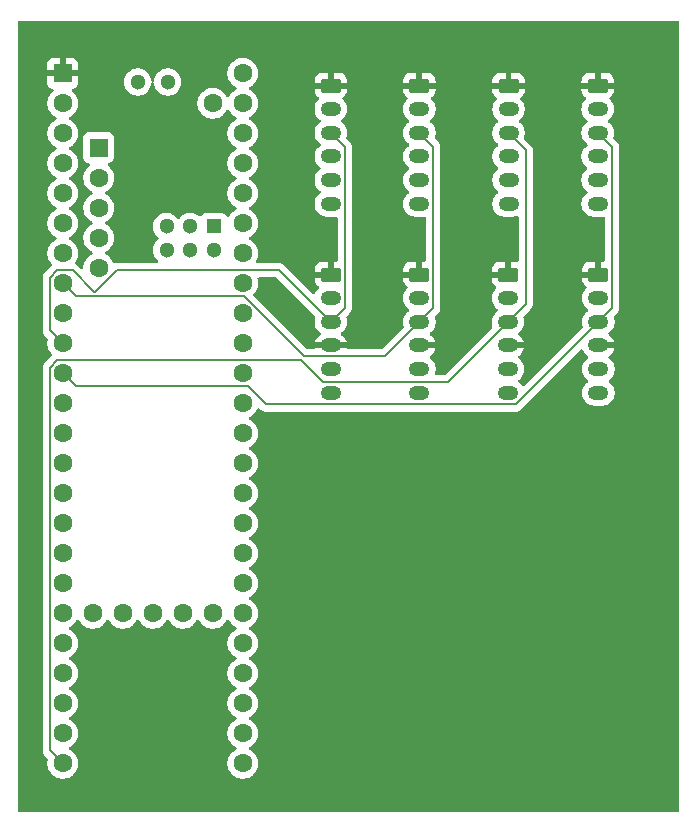
<source format=gbl>
%TF.GenerationSoftware,KiCad,Pcbnew,9.0.4*%
%TF.CreationDate,2025-09-16T15:38:44-04:00*%
%TF.ProjectId,mic,6d69632e-6b69-4636-9164-5f7063625858,rev?*%
%TF.SameCoordinates,Original*%
%TF.FileFunction,Copper,L4,Bot*%
%TF.FilePolarity,Positive*%
%FSLAX46Y46*%
G04 Gerber Fmt 4.6, Leading zero omitted, Abs format (unit mm)*
G04 Created by KiCad (PCBNEW 9.0.4) date 2025-09-16 15:38:44*
%MOMM*%
%LPD*%
G01*
G04 APERTURE LIST*
G04 Aperture macros list*
%AMRoundRect*
0 Rectangle with rounded corners*
0 $1 Rounding radius*
0 $2 $3 $4 $5 $6 $7 $8 $9 X,Y pos of 4 corners*
0 Add a 4 corners polygon primitive as box body*
4,1,4,$2,$3,$4,$5,$6,$7,$8,$9,$2,$3,0*
0 Add four circle primitives for the rounded corners*
1,1,$1+$1,$2,$3*
1,1,$1+$1,$4,$5*
1,1,$1+$1,$6,$7*
1,1,$1+$1,$8,$9*
0 Add four rect primitives between the rounded corners*
20,1,$1+$1,$2,$3,$4,$5,0*
20,1,$1+$1,$4,$5,$6,$7,0*
20,1,$1+$1,$6,$7,$8,$9,0*
20,1,$1+$1,$8,$9,$2,$3,0*%
G04 Aperture macros list end*
%TA.AperFunction,ComponentPad*%
%ADD10O,1.750000X1.200000*%
%TD*%
%TA.AperFunction,ComponentPad*%
%ADD11RoundRect,0.250000X-0.625000X0.350000X-0.625000X-0.350000X0.625000X-0.350000X0.625000X0.350000X0*%
%TD*%
%TA.AperFunction,ComponentPad*%
%ADD12C,1.600000*%
%TD*%
%TA.AperFunction,ComponentPad*%
%ADD13R,1.600000X1.600000*%
%TD*%
%TA.AperFunction,ComponentPad*%
%ADD14R,1.300000X1.300000*%
%TD*%
%TA.AperFunction,ComponentPad*%
%ADD15C,1.300000*%
%TD*%
%TA.AperFunction,Conductor*%
%ADD16C,0.200000*%
%TD*%
G04 APERTURE END LIST*
D10*
%TO.P,3L,6,Pin_6*%
%TO.N,LRCLK1*%
X221000000Y-61000000D03*
%TO.P,3L,5,Pin_5*%
%TO.N,BCLK1*%
X221000000Y-59000000D03*
%TO.P,3L,4,Pin_4*%
%TO.N,GND*%
X221000000Y-57000000D03*
%TO.P,3L,3,Pin_3*%
%TO.N,SAI1_RXD2*%
X221000000Y-55000000D03*
%TO.P,3L,2,Pin_2*%
%TO.N,+3.3V*%
X221000000Y-53000000D03*
D11*
%TO.P,3L,1,Pin_1*%
%TO.N,GND*%
X221000000Y-51000000D03*
%TD*%
%TO.P,4R,1,Pin_1*%
%TO.N,GND*%
X228600000Y-35000000D03*
D10*
%TO.P,4R,2,Pin_2*%
%TO.N,+3.3V*%
X228600000Y-37000000D03*
%TO.P,4R,3,Pin_3*%
%TO.N,SAI1_RXD3*%
X228600000Y-39000000D03*
%TO.P,4R,4,Pin_4*%
%TO.N,+3.3V*%
X228600000Y-41000000D03*
%TO.P,4R,5,Pin_5*%
%TO.N,BCLK1*%
X228600000Y-43000000D03*
%TO.P,4R,6,Pin_6*%
%TO.N,LRCLK1*%
X228600000Y-45000000D03*
%TD*%
D11*
%TO.P,1R,1,Pin_1*%
%TO.N,GND*%
X206000000Y-35000000D03*
D10*
%TO.P,1R,2,Pin_2*%
%TO.N,+3.3V*%
X206000000Y-37000000D03*
%TO.P,1R,3,Pin_3*%
%TO.N,SAI1_RXD0*%
X206000000Y-39000000D03*
%TO.P,1R,4,Pin_4*%
%TO.N,+3.3V*%
X206000000Y-41000000D03*
%TO.P,1R,5,Pin_5*%
%TO.N,BCLK1*%
X206000000Y-43000000D03*
%TO.P,1R,6,Pin_6*%
%TO.N,LRCLK1*%
X206000000Y-45000000D03*
%TD*%
D11*
%TO.P,3R,1,Pin_1*%
%TO.N,GND*%
X221050000Y-35000000D03*
D10*
%TO.P,3R,2,Pin_2*%
%TO.N,+3.3V*%
X221050000Y-37000000D03*
%TO.P,3R,3,Pin_3*%
%TO.N,SAI1_RXD2*%
X221050000Y-39000000D03*
%TO.P,3R,4,Pin_4*%
%TO.N,+3.3V*%
X221050000Y-41000000D03*
%TO.P,3R,5,Pin_5*%
%TO.N,BCLK1*%
X221050000Y-43000000D03*
%TO.P,3R,6,Pin_6*%
%TO.N,LRCLK1*%
X221050000Y-45000000D03*
%TD*%
D11*
%TO.P,4L,1,Pin_1*%
%TO.N,GND*%
X228650000Y-51000000D03*
D10*
%TO.P,4L,2,Pin_2*%
%TO.N,+3.3V*%
X228650000Y-53000000D03*
%TO.P,4L,3,Pin_3*%
%TO.N,SAI1_RXD3*%
X228650000Y-55000000D03*
%TO.P,4L,4,Pin_4*%
%TO.N,GND*%
X228650000Y-57000000D03*
%TO.P,4L,5,Pin_5*%
%TO.N,BCLK1*%
X228650000Y-59000000D03*
%TO.P,4L,6,Pin_6*%
%TO.N,LRCLK1*%
X228650000Y-61000000D03*
%TD*%
%TO.P,2R,6,Pin_6*%
%TO.N,LRCLK1*%
X213500000Y-45000000D03*
%TO.P,2R,5,Pin_5*%
%TO.N,BCLK1*%
X213500000Y-43000000D03*
%TO.P,2R,4,Pin_4*%
%TO.N,+3.3V*%
X213500000Y-41000000D03*
%TO.P,2R,3,Pin_3*%
%TO.N,SAI1_RXD1*%
X213500000Y-39000000D03*
%TO.P,2R,2,Pin_2*%
%TO.N,+3.3V*%
X213500000Y-37000000D03*
D11*
%TO.P,2R,1,Pin_1*%
%TO.N,GND*%
X213500000Y-35000000D03*
%TD*%
D10*
%TO.P,2L,6,Pin_6*%
%TO.N,LRCLK1*%
X213500000Y-61000000D03*
%TO.P,2L,5,Pin_5*%
%TO.N,BCLK1*%
X213500000Y-59000000D03*
%TO.P,2L,4,Pin_4*%
%TO.N,GND*%
X213500000Y-57000000D03*
%TO.P,2L,3,Pin_3*%
%TO.N,SAI1_RXD1*%
X213500000Y-55000000D03*
%TO.P,2L,2,Pin_2*%
%TO.N,+3.3V*%
X213500000Y-53000000D03*
D11*
%TO.P,2L,1,Pin_1*%
%TO.N,GND*%
X213500000Y-51000000D03*
%TD*%
D10*
%TO.P,1L,6,Pin_6*%
%TO.N,LRCLK1*%
X206000000Y-61000000D03*
%TO.P,1L,5,Pin_5*%
%TO.N,BCLK1*%
X206000000Y-59000000D03*
%TO.P,1L,4,Pin_4*%
%TO.N,GND*%
X206000000Y-57000000D03*
%TO.P,1L,3,Pin_3*%
%TO.N,SAI1_RXD0*%
X206000000Y-55000000D03*
%TO.P,1L,2,Pin_2*%
%TO.N,+3.3V*%
X206000000Y-53000000D03*
D11*
%TO.P,1L,1,Pin_1*%
%TO.N,GND*%
X206000000Y-51000000D03*
%TD*%
D12*
%TO.P,Teensy 4.1,49,VUSB*%
%TO.N,unconnected-(U1-VUSB-Pad49)*%
X196000000Y-36500000D03*
%TO.P,Teensy 4.1,59,GND*%
%TO.N,unconnected-(U1-GND-Pad59)*%
X186350800Y-50419200D03*
%TO.P,Teensy 4.1,58,GND*%
%TO.N,unconnected-(U1-GND-Pad58)*%
X186350800Y-47879200D03*
%TO.P,Teensy 4.1,57,D+*%
%TO.N,unconnected-(U1-D+-Pad57)*%
X186350800Y-45339200D03*
%TO.P,Teensy 4.1,56,D-*%
%TO.N,unconnected-(U1-D--Pad56)*%
X186350800Y-42799200D03*
D13*
%TO.P,Teensy 4.1,55,5V*%
%TO.N,unconnected-(U1-5V-Pad55)*%
X186350800Y-40259200D03*
D12*
%TO.P,Teensy 4.1,48,VIN*%
%TO.N,unconnected-(U1-VIN-Pad48)*%
X198540000Y-33960000D03*
%TO.P,Teensy 4.1,47,GND*%
%TO.N,unconnected-(U1-GND-Pad47)*%
X198540000Y-36500000D03*
%TO.P,Teensy 4.1,46,3V3*%
%TO.N,+3.3V*%
X198540000Y-39040000D03*
%TO.P,Teensy 4.1,45,23_A9_CRX1_MCLK1*%
%TO.N,unconnected-(U1-23_A9_CRX1_MCLK1-Pad45)*%
X198540000Y-41580000D03*
%TO.P,Teensy 4.1,44,22_A8_CTX1*%
%TO.N,unconnected-(U1-22_A8_CTX1-Pad44)*%
X198540000Y-44120000D03*
%TO.P,Teensy 4.1,43,21_A7_RX5_BCLK1*%
%TO.N,BCLK1*%
X198540000Y-46660000D03*
%TO.P,Teensy 4.1,42,20_A6_TX5_LRCLK1*%
%TO.N,LRCLK1*%
X198540000Y-49200000D03*
%TO.P,Teensy 4.1,41,19_A5_SCL*%
%TO.N,unconnected-(U1-19_A5_SCL-Pad41)*%
X198540000Y-51740000D03*
%TO.P,Teensy 4.1,40,18_A4_SDA*%
%TO.N,unconnected-(U1-18_A4_SDA-Pad40)*%
X198540000Y-54280000D03*
%TO.P,Teensy 4.1,39,17_A3_TX4_SDA1*%
%TO.N,unconnected-(U1-17_A3_TX4_SDA1-Pad39)*%
X198540000Y-56820000D03*
%TO.P,Teensy 4.1,38,16_A2_RX4_SCL1*%
%TO.N,unconnected-(U1-16_A2_RX4_SCL1-Pad38)*%
X198540000Y-59360000D03*
%TO.P,Teensy 4.1,37,15_A1_RX3_SPDIF_IN*%
%TO.N,unconnected-(U1-15_A1_RX3_SPDIF_IN-Pad37)*%
X198540000Y-61900000D03*
%TO.P,Teensy 4.1,36,14_A0_TX3_SPDIF_OUT*%
%TO.N,unconnected-(U1-14_A0_TX3_SPDIF_OUT-Pad36)*%
X198540000Y-64440000D03*
%TO.P,Teensy 4.1,35,13_SCK_LED*%
%TO.N,unconnected-(U1-13_SCK_LED-Pad35)*%
X198540000Y-66980000D03*
D13*
%TO.P,Teensy 4.1,1,GND*%
%TO.N,GND*%
X183300000Y-33960000D03*
D12*
%TO.P,Teensy 4.1,2,0_RX1_CRX2_CS1*%
%TO.N,unconnected-(U1-0_RX1_CRX2_CS1-Pad2)*%
X183300000Y-36500000D03*
%TO.P,Teensy 4.1,3,1_TX1_CTX2_MISO1*%
%TO.N,unconnected-(U1-1_TX1_CTX2_MISO1-Pad3)*%
X183300000Y-39040000D03*
%TO.P,Teensy 4.1,4,2_OUT2*%
%TO.N,SAI2_RXD0*%
X183300000Y-41580000D03*
%TO.P,Teensy 4.1,5,3_LRCLK2*%
%TO.N,unconnected-(U1-3_LRCLK2-Pad5)*%
X183300000Y-44120000D03*
%TO.P,Teensy 4.1,6,4_BCLK2*%
%TO.N,unconnected-(U1-4_BCLK2-Pad6)*%
X183300000Y-46660000D03*
%TO.P,Teensy 4.1,7,5_IN2*%
%TO.N,SAI2_RXD1*%
X183300000Y-49200000D03*
%TO.P,Teensy 4.1,8,6_OUT1D*%
%TO.N,SAI1_RXD1*%
X183300000Y-51740000D03*
%TO.P,Teensy 4.1,9,7_RX2_OUT1A*%
%TO.N,unconnected-(U1-7_RX2_OUT1A-Pad9)*%
X183300000Y-54280000D03*
%TO.P,Teensy 4.1,10,8_TX2_IN1*%
%TO.N,SAI1_RXD0*%
X183300000Y-56820000D03*
%TO.P,Teensy 4.1,11,9_OUT1C*%
%TO.N,SAI1_RXD3*%
X183300000Y-59360000D03*
%TO.P,Teensy 4.1,12,10_CS_MQSR*%
%TO.N,unconnected-(U1-10_CS_MQSR-Pad12)*%
X183300000Y-61900000D03*
%TO.P,Teensy 4.1,13,11_MOSI_CTX1*%
%TO.N,unconnected-(U1-11_MOSI_CTX1-Pad13)*%
X183300000Y-64440000D03*
%TO.P,Teensy 4.1,34,GND*%
%TO.N,unconnected-(U1-GND-Pad34)*%
X198540000Y-69520000D03*
%TO.P,Teensy 4.1,33,41_A17*%
%TO.N,unconnected-(U1-41_A17-Pad33)*%
X198540000Y-72060000D03*
%TO.P,Teensy 4.1,32,40_A16*%
%TO.N,unconnected-(U1-40_A16-Pad32)*%
X198540000Y-74600000D03*
%TO.P,Teensy 4.1,31,39_MISO1_OUT1A*%
%TO.N,unconnected-(U1-39_MISO1_OUT1A-Pad31)*%
X198540000Y-77140000D03*
%TO.P,Teensy 4.1,30,38_CS1_IN1*%
%TO.N,unconnected-(U1-38_CS1_IN1-Pad30)*%
X198540000Y-79680000D03*
%TO.P,Teensy 4.1,29,37_CS*%
%TO.N,unconnected-(U1-37_CS-Pad29)*%
X198540000Y-82220000D03*
%TO.P,Teensy 4.1,28,36_CS*%
%TO.N,unconnected-(U1-36_CS-Pad28)*%
X198540000Y-84760000D03*
%TO.P,Teensy 4.1,27,35_TX8*%
%TO.N,unconnected-(U1-35_TX8-Pad27)*%
X198540000Y-87300000D03*
%TO.P,Teensy 4.1,26,34_RX8*%
%TO.N,unconnected-(U1-34_RX8-Pad26)*%
X198540000Y-89840000D03*
%TO.P,Teensy 4.1,25,33_MCLK2*%
%TO.N,unconnected-(U1-33_MCLK2-Pad25)*%
X198540000Y-92380000D03*
%TO.P,Teensy 4.1,24,32_OUT1B*%
%TO.N,SAI1_RXD2*%
X183300000Y-92380000D03*
%TO.P,Teensy 4.1,23,31_CTX3*%
%TO.N,unconnected-(U1-31_CTX3-Pad23)*%
X183300000Y-89840000D03*
%TO.P,Teensy 4.1,22,30_CRX3*%
%TO.N,unconnected-(U1-30_CRX3-Pad22)*%
X183300000Y-87300000D03*
%TO.P,Teensy 4.1,21,29_TX7*%
%TO.N,unconnected-(U1-29_TX7-Pad21)*%
X183300000Y-84760000D03*
%TO.P,Teensy 4.1,14,12_MISO_MQSL*%
%TO.N,unconnected-(U1-12_MISO_MQSL-Pad14)*%
X183300000Y-66980000D03*
%TO.P,Teensy 4.1,15,3V3*%
%TO.N,unconnected-(U1-3V3-Pad15)*%
X183300000Y-69520000D03*
%TO.P,Teensy 4.1,16,24_A10_TX6_SCL2*%
%TO.N,unconnected-(U1-24_A10_TX6_SCL2-Pad16)*%
X183300000Y-72060000D03*
%TO.P,Teensy 4.1,20,28_RX7*%
%TO.N,unconnected-(U1-28_RX7-Pad20)*%
X183300000Y-82220000D03*
%TO.P,Teensy 4.1,19,27_A13_SCK1*%
%TO.N,unconnected-(U1-27_A13_SCK1-Pad19)*%
X183300000Y-79680000D03*
%TO.P,Teensy 4.1,18,26_A12_MOSI1*%
%TO.N,unconnected-(U1-26_A12_MOSI1-Pad18)*%
X183300000Y-77140000D03*
%TO.P,Teensy 4.1,17,25_A11_RX6_SDA2*%
%TO.N,unconnected-(U1-25_A11_RX6_SDA2-Pad17)*%
X183300000Y-74600000D03*
D14*
%TO.P,Teensy 4.1,60,R+*%
%TO.N,unconnected-(U1-R+-Pad60)*%
X196101600Y-46930000D03*
D15*
%TO.P,Teensy 4.1,65,R-*%
%TO.N,unconnected-(U1-R--Pad65)*%
X196101600Y-48930000D03*
%TO.P,Teensy 4.1,61,LED*%
%TO.N,unconnected-(U1-LED-Pad61)*%
X194101600Y-46930000D03*
%TO.P,Teensy 4.1,64,GND*%
%TO.N,unconnected-(U1-GND-Pad64)*%
X194101600Y-48930000D03*
%TO.P,Teensy 4.1,63,T+*%
%TO.N,unconnected-(U1-T+-Pad63)*%
X192101600Y-48930000D03*
%TO.P,Teensy 4.1,62,T-*%
%TO.N,unconnected-(U1-T--Pad62)*%
X192101600Y-46930000D03*
D12*
%TO.P,Teensy 4.1,50,VBAT*%
%TO.N,unconnected-(U1-VBAT-Pad50)*%
X185840000Y-79680000D03*
%TO.P,Teensy 4.1,51,3V3*%
%TO.N,unconnected-(U1-3V3-Pad51)*%
X188380000Y-79680000D03*
%TO.P,Teensy 4.1,52,GND*%
%TO.N,unconnected-(U1-GND-Pad52)*%
X190920000Y-79680000D03*
%TO.P,Teensy 4.1,53,PROGRAM*%
%TO.N,unconnected-(U1-PROGRAM-Pad53)*%
X193460000Y-79680000D03*
%TO.P,Teensy 4.1,54,ON_OFF*%
%TO.N,unconnected-(U1-ON_OFF-Pad54)*%
X196000000Y-79680000D03*
D15*
%TO.P,Teensy 4.1,67,D+*%
%TO.N,unconnected-(U1-D+-Pad67)*%
X189650000Y-34690000D03*
%TO.P,Teensy 4.1,66,D-*%
%TO.N,unconnected-(U1-D--Pad66)*%
X192190000Y-34690000D03*
%TD*%
D16*
%TO.N,SAI1_RXD3*%
X184401000Y-60461000D02*
X183300000Y-59360000D01*
X198961000Y-60461000D02*
X184401000Y-60461000D01*
X200500000Y-62000000D02*
X198961000Y-60461000D01*
X221650000Y-62000000D02*
X200500000Y-62000000D01*
X228650000Y-55000000D02*
X221650000Y-62000000D01*
%TO.N,SAI1_RXD1*%
X184401000Y-52841000D02*
X183300000Y-51740000D01*
X210599000Y-57901000D02*
X203720894Y-57901000D01*
X198660894Y-52841000D02*
X184401000Y-52841000D01*
X213500000Y-55000000D02*
X210599000Y-57901000D01*
X203720894Y-57901000D02*
X198660894Y-52841000D01*
%TO.N,SAI1_RXD2*%
X182843950Y-58259000D02*
X182199000Y-58903950D01*
X182199000Y-58903950D02*
X182199000Y-91279000D01*
X205351794Y-60099000D02*
X203511794Y-58259000D01*
X215901000Y-60099000D02*
X205351794Y-60099000D01*
X203511794Y-58259000D02*
X182843950Y-58259000D01*
X182199000Y-91279000D02*
X183300000Y-92380000D01*
X221000000Y-55000000D02*
X215901000Y-60099000D01*
%TO.N,SAI1_RXD0*%
X207176000Y-53824000D02*
X206000000Y-55000000D01*
X206000000Y-39000000D02*
X207176000Y-40176000D01*
X207176000Y-40176000D02*
X207176000Y-53824000D01*
%TO.N,SAI1_RXD1*%
X214676000Y-53824000D02*
X213500000Y-55000000D01*
X214676000Y-40176000D02*
X214676000Y-53824000D01*
X213500000Y-39000000D02*
X214676000Y-40176000D01*
%TO.N,SAI1_RXD2*%
X222500000Y-53500000D02*
X221000000Y-55000000D01*
X222500000Y-40450000D02*
X222500000Y-53500000D01*
X221050000Y-39000000D02*
X222500000Y-40450000D01*
%TO.N,SAI1_RXD3*%
X229826000Y-53824000D02*
X228650000Y-55000000D01*
X229826000Y-40226000D02*
X229826000Y-53824000D01*
X228600000Y-39000000D02*
X229826000Y-40226000D01*
%TO.N,SAI1_RXD0*%
X182199000Y-51283950D02*
X182199000Y-55719000D01*
X182199000Y-55719000D02*
X183300000Y-56820000D01*
X182843950Y-50639000D02*
X182199000Y-51283950D01*
X184139000Y-50639000D02*
X182843950Y-50639000D01*
X185940000Y-52440000D02*
X184139000Y-50639000D01*
X186060000Y-52440000D02*
X185940000Y-52440000D01*
X201639000Y-50639000D02*
X187861000Y-50639000D01*
X206000000Y-55000000D02*
X201639000Y-50639000D01*
X187861000Y-50639000D02*
X186060000Y-52440000D01*
%TD*%
%TA.AperFunction,Conductor*%
%TO.N,GND*%
G36*
X201405942Y-51259185D02*
G01*
X201426584Y-51275819D01*
X204657083Y-54506318D01*
X204690568Y-54567641D01*
X204687333Y-54632316D01*
X204651598Y-54742297D01*
X204651597Y-54742301D01*
X204624500Y-54913389D01*
X204624500Y-55086610D01*
X204651597Y-55257697D01*
X204651597Y-55257699D01*
X204651598Y-55257701D01*
X204705127Y-55422445D01*
X204783768Y-55576788D01*
X204885586Y-55716928D01*
X205008072Y-55839414D01*
X205091449Y-55899991D01*
X205134114Y-55955322D01*
X205140093Y-56024935D01*
X205107487Y-56086730D01*
X205091448Y-56100627D01*
X205008404Y-56160961D01*
X205008399Y-56160965D01*
X204885967Y-56283397D01*
X204784195Y-56423475D01*
X204705591Y-56577744D01*
X204652085Y-56742415D01*
X204650884Y-56749999D01*
X204650885Y-56750000D01*
X205719670Y-56750000D01*
X205699925Y-56769745D01*
X205650556Y-56855255D01*
X205625000Y-56950630D01*
X205625000Y-57049370D01*
X205650556Y-57144745D01*
X205699925Y-57230255D01*
X205719670Y-57250000D01*
X204650885Y-57250000D01*
X204644878Y-57257033D01*
X204586371Y-57295225D01*
X204550589Y-57300500D01*
X204020992Y-57300500D01*
X203953953Y-57280815D01*
X203933311Y-57264181D01*
X199481838Y-52812708D01*
X199448353Y-52751385D01*
X199453337Y-52681693D01*
X199481837Y-52637346D01*
X199531966Y-52587219D01*
X199531968Y-52587215D01*
X199531971Y-52587213D01*
X199584732Y-52514590D01*
X199652287Y-52421610D01*
X199745220Y-52239219D01*
X199808477Y-52044534D01*
X199840500Y-51842352D01*
X199840500Y-51637648D01*
X199808477Y-51435466D01*
X199808475Y-51435462D01*
X199808475Y-51435457D01*
X199797545Y-51401817D01*
X199795550Y-51331976D01*
X199831631Y-51272144D01*
X199894332Y-51241316D01*
X199915476Y-51239500D01*
X201338903Y-51239500D01*
X201405942Y-51259185D01*
G37*
%TD.AperFunction*%
%TA.AperFunction,Conductor*%
G36*
X235442539Y-29519685D02*
G01*
X235488294Y-29572489D01*
X235499500Y-29624000D01*
X235499500Y-96376000D01*
X235479815Y-96443039D01*
X235427011Y-96488794D01*
X235375500Y-96500000D01*
X179624500Y-96500000D01*
X179557461Y-96480315D01*
X179511706Y-96427511D01*
X179500500Y-96376000D01*
X179500500Y-55798054D01*
X181598498Y-55798054D01*
X181598499Y-55798057D01*
X181639423Y-55950785D01*
X181652123Y-55972781D01*
X181682234Y-56024935D01*
X181718479Y-56087715D01*
X181837349Y-56206585D01*
X181837355Y-56206590D01*
X182005922Y-56375157D01*
X182039407Y-56436480D01*
X182036173Y-56501155D01*
X182031522Y-56515468D01*
X181999500Y-56717648D01*
X181999500Y-56922351D01*
X182031522Y-57124534D01*
X182094781Y-57319223D01*
X182187715Y-57501613D01*
X182308028Y-57667213D01*
X182359583Y-57718768D01*
X182393068Y-57780091D01*
X182388084Y-57849783D01*
X182359583Y-57894130D01*
X181833697Y-58420016D01*
X181833691Y-58420022D01*
X181830286Y-58423428D01*
X181830284Y-58423430D01*
X181718480Y-58535234D01*
X181689578Y-58585295D01*
X181683862Y-58595193D01*
X181683861Y-58595196D01*
X181639423Y-58672164D01*
X181639423Y-58672165D01*
X181598499Y-58824893D01*
X181598499Y-58824895D01*
X181598499Y-58992996D01*
X181598500Y-58993009D01*
X181598500Y-91192330D01*
X181598499Y-91192348D01*
X181598499Y-91358054D01*
X181598498Y-91358054D01*
X181598499Y-91358057D01*
X181639423Y-91510785D01*
X181652123Y-91532781D01*
X181696361Y-91609404D01*
X181718479Y-91647715D01*
X181837349Y-91766585D01*
X181837355Y-91766590D01*
X182005922Y-91935157D01*
X182039407Y-91996480D01*
X182036173Y-92061155D01*
X182031522Y-92075468D01*
X181999500Y-92277648D01*
X181999500Y-92482351D01*
X182031522Y-92684534D01*
X182094781Y-92879223D01*
X182187715Y-93061613D01*
X182308028Y-93227213D01*
X182452786Y-93371971D01*
X182607749Y-93484556D01*
X182618390Y-93492287D01*
X182734607Y-93551503D01*
X182800776Y-93585218D01*
X182800778Y-93585218D01*
X182800781Y-93585220D01*
X182905137Y-93619127D01*
X182995465Y-93648477D01*
X183096557Y-93664488D01*
X183197648Y-93680500D01*
X183197649Y-93680500D01*
X183402351Y-93680500D01*
X183402352Y-93680500D01*
X183604534Y-93648477D01*
X183799219Y-93585220D01*
X183981610Y-93492287D01*
X184074590Y-93424732D01*
X184147213Y-93371971D01*
X184147215Y-93371968D01*
X184147219Y-93371966D01*
X184291966Y-93227219D01*
X184291968Y-93227215D01*
X184291971Y-93227213D01*
X184344732Y-93154590D01*
X184412287Y-93061610D01*
X184505220Y-92879219D01*
X184568477Y-92684534D01*
X184600500Y-92482352D01*
X184600500Y-92277648D01*
X184568477Y-92075466D01*
X184505220Y-91880781D01*
X184505218Y-91880778D01*
X184505218Y-91880776D01*
X184471503Y-91814607D01*
X184412287Y-91698390D01*
X184394661Y-91674130D01*
X184291968Y-91532783D01*
X184147213Y-91388028D01*
X183981614Y-91267715D01*
X183975006Y-91264348D01*
X183888917Y-91220483D01*
X183838123Y-91172511D01*
X183821328Y-91104690D01*
X183843865Y-91038555D01*
X183888917Y-90999516D01*
X183981610Y-90952287D01*
X184002770Y-90936913D01*
X184147213Y-90831971D01*
X184147215Y-90831968D01*
X184147219Y-90831966D01*
X184291966Y-90687219D01*
X184291968Y-90687215D01*
X184291971Y-90687213D01*
X184344732Y-90614590D01*
X184412287Y-90521610D01*
X184505220Y-90339219D01*
X184568477Y-90144534D01*
X184600500Y-89942352D01*
X184600500Y-89737648D01*
X184568477Y-89535466D01*
X184505220Y-89340781D01*
X184505218Y-89340778D01*
X184505218Y-89340776D01*
X184471503Y-89274607D01*
X184412287Y-89158390D01*
X184404556Y-89147749D01*
X184291971Y-88992786D01*
X184147213Y-88848028D01*
X183981614Y-88727715D01*
X183975006Y-88724348D01*
X183888917Y-88680483D01*
X183838123Y-88632511D01*
X183821328Y-88564690D01*
X183843865Y-88498555D01*
X183888917Y-88459516D01*
X183981610Y-88412287D01*
X184002770Y-88396913D01*
X184147213Y-88291971D01*
X184147215Y-88291968D01*
X184147219Y-88291966D01*
X184291966Y-88147219D01*
X184291968Y-88147215D01*
X184291971Y-88147213D01*
X184344732Y-88074590D01*
X184412287Y-87981610D01*
X184505220Y-87799219D01*
X184568477Y-87604534D01*
X184600500Y-87402352D01*
X184600500Y-87197648D01*
X184568477Y-86995466D01*
X184505220Y-86800781D01*
X184505218Y-86800778D01*
X184505218Y-86800776D01*
X184471503Y-86734607D01*
X184412287Y-86618390D01*
X184404556Y-86607749D01*
X184291971Y-86452786D01*
X184147213Y-86308028D01*
X183981614Y-86187715D01*
X183975006Y-86184348D01*
X183888917Y-86140483D01*
X183838123Y-86092511D01*
X183821328Y-86024690D01*
X183843865Y-85958555D01*
X183888917Y-85919516D01*
X183981610Y-85872287D01*
X184002770Y-85856913D01*
X184147213Y-85751971D01*
X184147215Y-85751968D01*
X184147219Y-85751966D01*
X184291966Y-85607219D01*
X184291968Y-85607215D01*
X184291971Y-85607213D01*
X184344732Y-85534590D01*
X184412287Y-85441610D01*
X184505220Y-85259219D01*
X184568477Y-85064534D01*
X184600500Y-84862352D01*
X184600500Y-84657648D01*
X184568477Y-84455466D01*
X184505220Y-84260781D01*
X184505218Y-84260778D01*
X184505218Y-84260776D01*
X184471503Y-84194607D01*
X184412287Y-84078390D01*
X184404556Y-84067749D01*
X184291971Y-83912786D01*
X184147213Y-83768028D01*
X183981614Y-83647715D01*
X183975006Y-83644348D01*
X183888917Y-83600483D01*
X183838123Y-83552511D01*
X183821328Y-83484690D01*
X183843865Y-83418555D01*
X183888917Y-83379516D01*
X183981610Y-83332287D01*
X184002770Y-83316913D01*
X184147213Y-83211971D01*
X184147215Y-83211968D01*
X184147219Y-83211966D01*
X184291966Y-83067219D01*
X184291968Y-83067215D01*
X184291971Y-83067213D01*
X184344732Y-82994590D01*
X184412287Y-82901610D01*
X184505220Y-82719219D01*
X184568477Y-82524534D01*
X184600500Y-82322352D01*
X184600500Y-82117648D01*
X184568477Y-81915466D01*
X184505220Y-81720781D01*
X184505218Y-81720778D01*
X184505218Y-81720776D01*
X184471503Y-81654607D01*
X184412287Y-81538390D01*
X184404556Y-81527749D01*
X184291971Y-81372786D01*
X184147213Y-81228028D01*
X183981614Y-81107715D01*
X183975006Y-81104348D01*
X183888917Y-81060483D01*
X183838123Y-81012511D01*
X183821328Y-80944690D01*
X183843865Y-80878555D01*
X183888917Y-80839516D01*
X183981610Y-80792287D01*
X184002770Y-80776913D01*
X184147213Y-80671971D01*
X184147215Y-80671968D01*
X184147219Y-80671966D01*
X184291966Y-80527219D01*
X184291968Y-80527215D01*
X184291971Y-80527213D01*
X184412284Y-80361614D01*
X184412285Y-80361613D01*
X184412287Y-80361610D01*
X184459516Y-80268917D01*
X184507489Y-80218123D01*
X184575310Y-80201328D01*
X184641445Y-80223865D01*
X184680485Y-80268919D01*
X184727715Y-80361614D01*
X184848028Y-80527213D01*
X184992786Y-80671971D01*
X185147749Y-80784556D01*
X185158390Y-80792287D01*
X185251080Y-80839515D01*
X185340776Y-80885218D01*
X185340778Y-80885218D01*
X185340781Y-80885220D01*
X185445137Y-80919127D01*
X185535465Y-80948477D01*
X185554697Y-80951523D01*
X185737648Y-80980500D01*
X185737649Y-80980500D01*
X185942351Y-80980500D01*
X185942352Y-80980500D01*
X186144534Y-80948477D01*
X186339219Y-80885220D01*
X186521610Y-80792287D01*
X186614590Y-80724732D01*
X186687213Y-80671971D01*
X186687215Y-80671968D01*
X186687219Y-80671966D01*
X186831966Y-80527219D01*
X186831968Y-80527215D01*
X186831971Y-80527213D01*
X186952284Y-80361614D01*
X186952285Y-80361613D01*
X186952287Y-80361610D01*
X186999516Y-80268917D01*
X187047489Y-80218123D01*
X187115310Y-80201328D01*
X187181445Y-80223865D01*
X187220485Y-80268919D01*
X187267715Y-80361614D01*
X187388028Y-80527213D01*
X187532786Y-80671971D01*
X187687749Y-80784556D01*
X187698390Y-80792287D01*
X187791080Y-80839515D01*
X187880776Y-80885218D01*
X187880778Y-80885218D01*
X187880781Y-80885220D01*
X187985137Y-80919127D01*
X188075465Y-80948477D01*
X188094697Y-80951523D01*
X188277648Y-80980500D01*
X188277649Y-80980500D01*
X188482351Y-80980500D01*
X188482352Y-80980500D01*
X188684534Y-80948477D01*
X188879219Y-80885220D01*
X189061610Y-80792287D01*
X189154590Y-80724732D01*
X189227213Y-80671971D01*
X189227215Y-80671968D01*
X189227219Y-80671966D01*
X189371966Y-80527219D01*
X189371968Y-80527215D01*
X189371971Y-80527213D01*
X189492284Y-80361614D01*
X189492285Y-80361613D01*
X189492287Y-80361610D01*
X189539516Y-80268917D01*
X189587489Y-80218123D01*
X189655310Y-80201328D01*
X189721445Y-80223865D01*
X189760485Y-80268919D01*
X189807715Y-80361614D01*
X189928028Y-80527213D01*
X190072786Y-80671971D01*
X190227749Y-80784556D01*
X190238390Y-80792287D01*
X190331080Y-80839515D01*
X190420776Y-80885218D01*
X190420778Y-80885218D01*
X190420781Y-80885220D01*
X190525137Y-80919127D01*
X190615465Y-80948477D01*
X190634697Y-80951523D01*
X190817648Y-80980500D01*
X190817649Y-80980500D01*
X191022351Y-80980500D01*
X191022352Y-80980500D01*
X191224534Y-80948477D01*
X191419219Y-80885220D01*
X191601610Y-80792287D01*
X191694590Y-80724732D01*
X191767213Y-80671971D01*
X191767215Y-80671968D01*
X191767219Y-80671966D01*
X191911966Y-80527219D01*
X191911968Y-80527215D01*
X191911971Y-80527213D01*
X192032284Y-80361614D01*
X192032285Y-80361613D01*
X192032287Y-80361610D01*
X192079516Y-80268917D01*
X192127489Y-80218123D01*
X192195310Y-80201328D01*
X192261445Y-80223865D01*
X192300485Y-80268919D01*
X192347715Y-80361614D01*
X192468028Y-80527213D01*
X192612786Y-80671971D01*
X192767749Y-80784556D01*
X192778390Y-80792287D01*
X192871080Y-80839515D01*
X192960776Y-80885218D01*
X192960778Y-80885218D01*
X192960781Y-80885220D01*
X193065137Y-80919127D01*
X193155465Y-80948477D01*
X193174697Y-80951523D01*
X193357648Y-80980500D01*
X193357649Y-80980500D01*
X193562351Y-80980500D01*
X193562352Y-80980500D01*
X193764534Y-80948477D01*
X193959219Y-80885220D01*
X194141610Y-80792287D01*
X194234590Y-80724732D01*
X194307213Y-80671971D01*
X194307215Y-80671968D01*
X194307219Y-80671966D01*
X194451966Y-80527219D01*
X194451968Y-80527215D01*
X194451971Y-80527213D01*
X194572284Y-80361614D01*
X194572285Y-80361613D01*
X194572287Y-80361610D01*
X194619516Y-80268917D01*
X194667489Y-80218123D01*
X194735310Y-80201328D01*
X194801445Y-80223865D01*
X194840485Y-80268919D01*
X194887715Y-80361614D01*
X195008028Y-80527213D01*
X195152786Y-80671971D01*
X195307749Y-80784556D01*
X195318390Y-80792287D01*
X195411080Y-80839515D01*
X195500776Y-80885218D01*
X195500778Y-80885218D01*
X195500781Y-80885220D01*
X195605137Y-80919127D01*
X195695465Y-80948477D01*
X195714697Y-80951523D01*
X195897648Y-80980500D01*
X195897649Y-80980500D01*
X196102351Y-80980500D01*
X196102352Y-80980500D01*
X196304534Y-80948477D01*
X196499219Y-80885220D01*
X196681610Y-80792287D01*
X196774590Y-80724732D01*
X196847213Y-80671971D01*
X196847215Y-80671968D01*
X196847219Y-80671966D01*
X196991966Y-80527219D01*
X196991968Y-80527215D01*
X196991971Y-80527213D01*
X197112284Y-80361614D01*
X197112285Y-80361613D01*
X197112287Y-80361610D01*
X197159516Y-80268917D01*
X197207489Y-80218123D01*
X197275310Y-80201328D01*
X197341445Y-80223865D01*
X197380485Y-80268919D01*
X197427715Y-80361614D01*
X197548028Y-80527213D01*
X197692786Y-80671971D01*
X197847749Y-80784556D01*
X197858390Y-80792287D01*
X197949840Y-80838883D01*
X197951080Y-80839515D01*
X198001876Y-80887490D01*
X198018671Y-80955311D01*
X197996134Y-81021446D01*
X197951080Y-81060485D01*
X197858386Y-81107715D01*
X197692786Y-81228028D01*
X197548028Y-81372786D01*
X197427715Y-81538386D01*
X197334781Y-81720776D01*
X197271522Y-81915465D01*
X197239500Y-82117648D01*
X197239500Y-82322351D01*
X197271522Y-82524534D01*
X197334781Y-82719223D01*
X197427715Y-82901613D01*
X197548028Y-83067213D01*
X197692786Y-83211971D01*
X197847749Y-83324556D01*
X197858390Y-83332287D01*
X197949840Y-83378883D01*
X197951080Y-83379515D01*
X198001876Y-83427490D01*
X198018671Y-83495311D01*
X197996134Y-83561446D01*
X197951080Y-83600485D01*
X197858386Y-83647715D01*
X197692786Y-83768028D01*
X197548028Y-83912786D01*
X197427715Y-84078386D01*
X197334781Y-84260776D01*
X197271522Y-84455465D01*
X197239500Y-84657648D01*
X197239500Y-84862351D01*
X197271522Y-85064534D01*
X197334781Y-85259223D01*
X197427715Y-85441613D01*
X197548028Y-85607213D01*
X197692786Y-85751971D01*
X197847749Y-85864556D01*
X197858390Y-85872287D01*
X197949840Y-85918883D01*
X197951080Y-85919515D01*
X198001876Y-85967490D01*
X198018671Y-86035311D01*
X197996134Y-86101446D01*
X197951080Y-86140485D01*
X197858386Y-86187715D01*
X197692786Y-86308028D01*
X197548028Y-86452786D01*
X197427715Y-86618386D01*
X197334781Y-86800776D01*
X197271522Y-86995465D01*
X197239500Y-87197648D01*
X197239500Y-87402351D01*
X197271522Y-87604534D01*
X197334781Y-87799223D01*
X197427715Y-87981613D01*
X197548028Y-88147213D01*
X197692786Y-88291971D01*
X197847749Y-88404556D01*
X197858390Y-88412287D01*
X197949840Y-88458883D01*
X197951080Y-88459515D01*
X198001876Y-88507490D01*
X198018671Y-88575311D01*
X197996134Y-88641446D01*
X197951080Y-88680485D01*
X197858386Y-88727715D01*
X197692786Y-88848028D01*
X197548028Y-88992786D01*
X197427715Y-89158386D01*
X197334781Y-89340776D01*
X197271522Y-89535465D01*
X197239500Y-89737648D01*
X197239500Y-89942351D01*
X197271522Y-90144534D01*
X197334781Y-90339223D01*
X197427715Y-90521613D01*
X197548028Y-90687213D01*
X197692786Y-90831971D01*
X197847749Y-90944556D01*
X197858390Y-90952287D01*
X197949840Y-90998883D01*
X197951080Y-90999515D01*
X198001876Y-91047490D01*
X198018671Y-91115311D01*
X197996134Y-91181446D01*
X197951080Y-91220485D01*
X197858386Y-91267715D01*
X197692786Y-91388028D01*
X197692782Y-91388032D01*
X197548034Y-91532781D01*
X197548032Y-91532783D01*
X197427715Y-91698386D01*
X197334781Y-91880776D01*
X197271522Y-92075465D01*
X197239500Y-92277648D01*
X197239500Y-92482351D01*
X197271522Y-92684534D01*
X197334781Y-92879223D01*
X197427715Y-93061613D01*
X197548028Y-93227213D01*
X197692786Y-93371971D01*
X197847749Y-93484556D01*
X197858390Y-93492287D01*
X197974607Y-93551503D01*
X198040776Y-93585218D01*
X198040778Y-93585218D01*
X198040781Y-93585220D01*
X198145137Y-93619127D01*
X198235465Y-93648477D01*
X198336557Y-93664488D01*
X198437648Y-93680500D01*
X198437649Y-93680500D01*
X198642351Y-93680500D01*
X198642352Y-93680500D01*
X198844534Y-93648477D01*
X199039219Y-93585220D01*
X199221610Y-93492287D01*
X199314590Y-93424732D01*
X199387213Y-93371971D01*
X199387215Y-93371968D01*
X199387219Y-93371966D01*
X199531966Y-93227219D01*
X199531968Y-93227215D01*
X199531971Y-93227213D01*
X199584732Y-93154590D01*
X199652287Y-93061610D01*
X199745220Y-92879219D01*
X199808477Y-92684534D01*
X199840500Y-92482352D01*
X199840500Y-92277648D01*
X199808477Y-92075466D01*
X199745220Y-91880781D01*
X199745218Y-91880778D01*
X199745218Y-91880776D01*
X199711503Y-91814607D01*
X199652287Y-91698390D01*
X199634661Y-91674130D01*
X199531968Y-91532783D01*
X199387213Y-91388028D01*
X199221614Y-91267715D01*
X199215006Y-91264348D01*
X199128917Y-91220483D01*
X199078123Y-91172511D01*
X199061328Y-91104690D01*
X199083865Y-91038555D01*
X199128917Y-90999516D01*
X199221610Y-90952287D01*
X199242770Y-90936913D01*
X199387213Y-90831971D01*
X199387215Y-90831968D01*
X199387219Y-90831966D01*
X199531966Y-90687219D01*
X199531968Y-90687215D01*
X199531971Y-90687213D01*
X199584732Y-90614590D01*
X199652287Y-90521610D01*
X199745220Y-90339219D01*
X199808477Y-90144534D01*
X199840500Y-89942352D01*
X199840500Y-89737648D01*
X199808477Y-89535466D01*
X199745220Y-89340781D01*
X199745218Y-89340778D01*
X199745218Y-89340776D01*
X199711503Y-89274607D01*
X199652287Y-89158390D01*
X199644556Y-89147749D01*
X199531971Y-88992786D01*
X199387213Y-88848028D01*
X199221614Y-88727715D01*
X199215006Y-88724348D01*
X199128917Y-88680483D01*
X199078123Y-88632511D01*
X199061328Y-88564690D01*
X199083865Y-88498555D01*
X199128917Y-88459516D01*
X199221610Y-88412287D01*
X199242770Y-88396913D01*
X199387213Y-88291971D01*
X199387215Y-88291968D01*
X199387219Y-88291966D01*
X199531966Y-88147219D01*
X199531968Y-88147215D01*
X199531971Y-88147213D01*
X199584732Y-88074590D01*
X199652287Y-87981610D01*
X199745220Y-87799219D01*
X199808477Y-87604534D01*
X199840500Y-87402352D01*
X199840500Y-87197648D01*
X199808477Y-86995466D01*
X199745220Y-86800781D01*
X199745218Y-86800778D01*
X199745218Y-86800776D01*
X199711503Y-86734607D01*
X199652287Y-86618390D01*
X199644556Y-86607749D01*
X199531971Y-86452786D01*
X199387213Y-86308028D01*
X199221614Y-86187715D01*
X199215006Y-86184348D01*
X199128917Y-86140483D01*
X199078123Y-86092511D01*
X199061328Y-86024690D01*
X199083865Y-85958555D01*
X199128917Y-85919516D01*
X199221610Y-85872287D01*
X199242770Y-85856913D01*
X199387213Y-85751971D01*
X199387215Y-85751968D01*
X199387219Y-85751966D01*
X199531966Y-85607219D01*
X199531968Y-85607215D01*
X199531971Y-85607213D01*
X199584732Y-85534590D01*
X199652287Y-85441610D01*
X199745220Y-85259219D01*
X199808477Y-85064534D01*
X199840500Y-84862352D01*
X199840500Y-84657648D01*
X199808477Y-84455466D01*
X199745220Y-84260781D01*
X199745218Y-84260778D01*
X199745218Y-84260776D01*
X199711503Y-84194607D01*
X199652287Y-84078390D01*
X199644556Y-84067749D01*
X199531971Y-83912786D01*
X199387213Y-83768028D01*
X199221614Y-83647715D01*
X199215006Y-83644348D01*
X199128917Y-83600483D01*
X199078123Y-83552511D01*
X199061328Y-83484690D01*
X199083865Y-83418555D01*
X199128917Y-83379516D01*
X199221610Y-83332287D01*
X199242770Y-83316913D01*
X199387213Y-83211971D01*
X199387215Y-83211968D01*
X199387219Y-83211966D01*
X199531966Y-83067219D01*
X199531968Y-83067215D01*
X199531971Y-83067213D01*
X199584732Y-82994590D01*
X199652287Y-82901610D01*
X199745220Y-82719219D01*
X199808477Y-82524534D01*
X199840500Y-82322352D01*
X199840500Y-82117648D01*
X199808477Y-81915466D01*
X199745220Y-81720781D01*
X199745218Y-81720778D01*
X199745218Y-81720776D01*
X199711503Y-81654607D01*
X199652287Y-81538390D01*
X199644556Y-81527749D01*
X199531971Y-81372786D01*
X199387213Y-81228028D01*
X199221614Y-81107715D01*
X199215006Y-81104348D01*
X199128917Y-81060483D01*
X199078123Y-81012511D01*
X199061328Y-80944690D01*
X199083865Y-80878555D01*
X199128917Y-80839516D01*
X199221610Y-80792287D01*
X199242770Y-80776913D01*
X199387213Y-80671971D01*
X199387215Y-80671968D01*
X199387219Y-80671966D01*
X199531966Y-80527219D01*
X199531968Y-80527215D01*
X199531971Y-80527213D01*
X199584732Y-80454590D01*
X199652287Y-80361610D01*
X199745220Y-80179219D01*
X199808477Y-79984534D01*
X199840500Y-79782352D01*
X199840500Y-79577648D01*
X199808477Y-79375466D01*
X199745220Y-79180781D01*
X199745218Y-79180778D01*
X199745218Y-79180776D01*
X199699515Y-79091080D01*
X199652287Y-78998390D01*
X199644556Y-78987749D01*
X199531971Y-78832786D01*
X199387213Y-78688028D01*
X199221614Y-78567715D01*
X199215006Y-78564348D01*
X199128917Y-78520483D01*
X199078123Y-78472511D01*
X199061328Y-78404690D01*
X199083865Y-78338555D01*
X199128917Y-78299516D01*
X199221610Y-78252287D01*
X199242770Y-78236913D01*
X199387213Y-78131971D01*
X199387215Y-78131968D01*
X199387219Y-78131966D01*
X199531966Y-77987219D01*
X199531968Y-77987215D01*
X199531971Y-77987213D01*
X199584732Y-77914590D01*
X199652287Y-77821610D01*
X199745220Y-77639219D01*
X199808477Y-77444534D01*
X199840500Y-77242352D01*
X199840500Y-77037648D01*
X199808477Y-76835466D01*
X199745220Y-76640781D01*
X199745218Y-76640778D01*
X199745218Y-76640776D01*
X199711503Y-76574607D01*
X199652287Y-76458390D01*
X199644556Y-76447749D01*
X199531971Y-76292786D01*
X199387213Y-76148028D01*
X199221614Y-76027715D01*
X199215006Y-76024348D01*
X199128917Y-75980483D01*
X199078123Y-75932511D01*
X199061328Y-75864690D01*
X199083865Y-75798555D01*
X199128917Y-75759516D01*
X199221610Y-75712287D01*
X199242770Y-75696913D01*
X199387213Y-75591971D01*
X199387215Y-75591968D01*
X199387219Y-75591966D01*
X199531966Y-75447219D01*
X199531968Y-75447215D01*
X199531971Y-75447213D01*
X199584732Y-75374590D01*
X199652287Y-75281610D01*
X199745220Y-75099219D01*
X199808477Y-74904534D01*
X199840500Y-74702352D01*
X199840500Y-74497648D01*
X199808477Y-74295466D01*
X199745220Y-74100781D01*
X199745218Y-74100778D01*
X199745218Y-74100776D01*
X199711503Y-74034607D01*
X199652287Y-73918390D01*
X199644556Y-73907749D01*
X199531971Y-73752786D01*
X199387213Y-73608028D01*
X199221614Y-73487715D01*
X199215006Y-73484348D01*
X199128917Y-73440483D01*
X199078123Y-73392511D01*
X199061328Y-73324690D01*
X199083865Y-73258555D01*
X199128917Y-73219516D01*
X199221610Y-73172287D01*
X199242770Y-73156913D01*
X199387213Y-73051971D01*
X199387215Y-73051968D01*
X199387219Y-73051966D01*
X199531966Y-72907219D01*
X199531968Y-72907215D01*
X199531971Y-72907213D01*
X199584732Y-72834590D01*
X199652287Y-72741610D01*
X199745220Y-72559219D01*
X199808477Y-72364534D01*
X199840500Y-72162352D01*
X199840500Y-71957648D01*
X199808477Y-71755466D01*
X199745220Y-71560781D01*
X199745218Y-71560778D01*
X199745218Y-71560776D01*
X199711503Y-71494607D01*
X199652287Y-71378390D01*
X199644556Y-71367749D01*
X199531971Y-71212786D01*
X199387213Y-71068028D01*
X199221614Y-70947715D01*
X199215006Y-70944348D01*
X199128917Y-70900483D01*
X199078123Y-70852511D01*
X199061328Y-70784690D01*
X199083865Y-70718555D01*
X199128917Y-70679516D01*
X199221610Y-70632287D01*
X199242770Y-70616913D01*
X199387213Y-70511971D01*
X199387215Y-70511968D01*
X199387219Y-70511966D01*
X199531966Y-70367219D01*
X199531968Y-70367215D01*
X199531971Y-70367213D01*
X199584732Y-70294590D01*
X199652287Y-70201610D01*
X199745220Y-70019219D01*
X199808477Y-69824534D01*
X199840500Y-69622352D01*
X199840500Y-69417648D01*
X199808477Y-69215466D01*
X199745220Y-69020781D01*
X199745218Y-69020778D01*
X199745218Y-69020776D01*
X199711503Y-68954607D01*
X199652287Y-68838390D01*
X199644556Y-68827749D01*
X199531971Y-68672786D01*
X199387213Y-68528028D01*
X199221614Y-68407715D01*
X199215006Y-68404348D01*
X199128917Y-68360483D01*
X199078123Y-68312511D01*
X199061328Y-68244690D01*
X199083865Y-68178555D01*
X199128917Y-68139516D01*
X199221610Y-68092287D01*
X199242770Y-68076913D01*
X199387213Y-67971971D01*
X199387215Y-67971968D01*
X199387219Y-67971966D01*
X199531966Y-67827219D01*
X199531968Y-67827215D01*
X199531971Y-67827213D01*
X199584732Y-67754590D01*
X199652287Y-67661610D01*
X199745220Y-67479219D01*
X199808477Y-67284534D01*
X199840500Y-67082352D01*
X199840500Y-66877648D01*
X199808477Y-66675466D01*
X199745220Y-66480781D01*
X199745218Y-66480778D01*
X199745218Y-66480776D01*
X199711503Y-66414607D01*
X199652287Y-66298390D01*
X199644556Y-66287749D01*
X199531971Y-66132786D01*
X199387213Y-65988028D01*
X199221614Y-65867715D01*
X199215006Y-65864348D01*
X199128917Y-65820483D01*
X199078123Y-65772511D01*
X199061328Y-65704690D01*
X199083865Y-65638555D01*
X199128917Y-65599516D01*
X199221610Y-65552287D01*
X199242770Y-65536913D01*
X199387213Y-65431971D01*
X199387215Y-65431968D01*
X199387219Y-65431966D01*
X199531966Y-65287219D01*
X199531968Y-65287215D01*
X199531971Y-65287213D01*
X199584732Y-65214590D01*
X199652287Y-65121610D01*
X199745220Y-64939219D01*
X199808477Y-64744534D01*
X199840500Y-64542352D01*
X199840500Y-64337648D01*
X199808477Y-64135466D01*
X199745220Y-63940781D01*
X199745218Y-63940778D01*
X199745218Y-63940776D01*
X199711503Y-63874607D01*
X199652287Y-63758390D01*
X199644556Y-63747749D01*
X199531971Y-63592786D01*
X199387213Y-63448028D01*
X199221614Y-63327715D01*
X199215006Y-63324348D01*
X199128917Y-63280483D01*
X199078123Y-63232511D01*
X199061328Y-63164690D01*
X199083865Y-63098555D01*
X199128917Y-63059516D01*
X199221610Y-63012287D01*
X199242770Y-62996913D01*
X199387213Y-62891971D01*
X199387215Y-62891968D01*
X199387219Y-62891966D01*
X199531966Y-62747219D01*
X199531968Y-62747215D01*
X199531971Y-62747213D01*
X199584732Y-62674590D01*
X199652287Y-62581610D01*
X199745220Y-62399219D01*
X199757430Y-62361637D01*
X199796865Y-62303966D01*
X199861223Y-62276767D01*
X199930069Y-62288680D01*
X199963041Y-62312277D01*
X200131284Y-62480520D01*
X200131286Y-62480521D01*
X200131290Y-62480524D01*
X200268209Y-62559573D01*
X200268216Y-62559577D01*
X200420943Y-62600501D01*
X200420945Y-62600501D01*
X200586654Y-62600501D01*
X200586670Y-62600500D01*
X221563331Y-62600500D01*
X221563347Y-62600501D01*
X221570943Y-62600501D01*
X221729054Y-62600501D01*
X221729057Y-62600501D01*
X221881785Y-62559577D01*
X221931904Y-62530639D01*
X222018716Y-62480520D01*
X222130520Y-62368716D01*
X222130520Y-62368714D01*
X222140728Y-62358507D01*
X222140729Y-62358504D01*
X227144185Y-57355048D01*
X227205505Y-57321566D01*
X227275197Y-57326550D01*
X227331130Y-57368422D01*
X227349794Y-57404414D01*
X227355591Y-57422255D01*
X227434195Y-57576524D01*
X227535967Y-57716602D01*
X227658401Y-57839036D01*
X227741447Y-57899371D01*
X227784114Y-57954701D01*
X227790093Y-58024314D01*
X227757488Y-58086109D01*
X227741450Y-58100007D01*
X227658072Y-58160585D01*
X227535588Y-58283069D01*
X227535588Y-58283070D01*
X227535586Y-58283072D01*
X227491859Y-58343256D01*
X227433768Y-58423211D01*
X227355128Y-58577552D01*
X227301597Y-58742302D01*
X227274500Y-58913389D01*
X227274500Y-59086610D01*
X227301589Y-59257648D01*
X227301598Y-59257701D01*
X227355127Y-59422445D01*
X227433768Y-59576788D01*
X227535586Y-59716928D01*
X227658072Y-59839414D01*
X227675196Y-59851855D01*
X227741023Y-59899683D01*
X227783689Y-59955013D01*
X227789667Y-60024626D01*
X227757061Y-60086421D01*
X227741023Y-60100317D01*
X227658078Y-60160581D01*
X227658069Y-60160588D01*
X227535588Y-60283069D01*
X227535588Y-60283070D01*
X227535586Y-60283072D01*
X227500750Y-60331020D01*
X227433768Y-60423211D01*
X227355128Y-60577552D01*
X227301597Y-60742302D01*
X227274500Y-60913389D01*
X227274500Y-61086610D01*
X227301344Y-61256102D01*
X227301598Y-61257701D01*
X227355127Y-61422445D01*
X227433768Y-61576788D01*
X227535586Y-61716928D01*
X227658072Y-61839414D01*
X227798212Y-61941232D01*
X227952555Y-62019873D01*
X228117299Y-62073402D01*
X228288389Y-62100500D01*
X228288390Y-62100500D01*
X229011610Y-62100500D01*
X229011611Y-62100500D01*
X229182701Y-62073402D01*
X229347445Y-62019873D01*
X229501788Y-61941232D01*
X229641928Y-61839414D01*
X229764414Y-61716928D01*
X229866232Y-61576788D01*
X229944873Y-61422445D01*
X229998402Y-61257701D01*
X230025500Y-61086611D01*
X230025500Y-60913389D01*
X229998402Y-60742299D01*
X229944873Y-60577555D01*
X229866232Y-60423212D01*
X229764414Y-60283072D01*
X229641928Y-60160586D01*
X229558975Y-60100317D01*
X229516311Y-60044988D01*
X229510332Y-59975374D01*
X229542938Y-59913579D01*
X229558976Y-59899682D01*
X229641928Y-59839414D01*
X229764414Y-59716928D01*
X229866232Y-59576788D01*
X229944873Y-59422445D01*
X229998402Y-59257701D01*
X230025500Y-59086611D01*
X230025500Y-58913389D01*
X229998402Y-58742299D01*
X229944873Y-58577555D01*
X229866232Y-58423212D01*
X229764414Y-58283072D01*
X229641928Y-58160586D01*
X229558550Y-58100008D01*
X229515885Y-58044677D01*
X229509906Y-57975064D01*
X229542512Y-57913269D01*
X229558552Y-57899371D01*
X229641598Y-57839036D01*
X229764032Y-57716602D01*
X229865804Y-57576524D01*
X229944408Y-57422255D01*
X229997914Y-57257584D01*
X229999115Y-57250000D01*
X228930330Y-57250000D01*
X228950075Y-57230255D01*
X228999444Y-57144745D01*
X229025000Y-57049370D01*
X229025000Y-56950630D01*
X228999444Y-56855255D01*
X228950075Y-56769745D01*
X228930330Y-56750000D01*
X229999115Y-56750000D01*
X229999115Y-56749999D01*
X229997914Y-56742415D01*
X229944408Y-56577744D01*
X229865804Y-56423475D01*
X229764032Y-56283397D01*
X229641602Y-56160967D01*
X229558551Y-56100628D01*
X229515885Y-56045298D01*
X229509906Y-55975685D01*
X229542511Y-55913889D01*
X229558551Y-55899991D01*
X229641928Y-55839414D01*
X229764414Y-55716928D01*
X229866232Y-55576788D01*
X229944873Y-55422445D01*
X229998402Y-55257701D01*
X230025500Y-55086611D01*
X230025500Y-54913389D01*
X229998402Y-54742299D01*
X229962665Y-54632315D01*
X229960671Y-54562475D01*
X229992914Y-54506319D01*
X230194713Y-54304521D01*
X230194716Y-54304520D01*
X230306520Y-54192716D01*
X230356639Y-54105904D01*
X230385577Y-54055785D01*
X230426500Y-53903057D01*
X230426500Y-53744943D01*
X230426500Y-40315059D01*
X230426501Y-40315046D01*
X230426501Y-40146945D01*
X230426501Y-40146943D01*
X230385577Y-39994215D01*
X230330893Y-39899500D01*
X230306520Y-39857284D01*
X230194716Y-39745480D01*
X230194713Y-39745478D01*
X229942916Y-39493681D01*
X229909431Y-39432358D01*
X229912665Y-39367684D01*
X229948402Y-39257701D01*
X229975500Y-39086611D01*
X229975500Y-38913389D01*
X229948402Y-38742299D01*
X229894873Y-38577555D01*
X229816232Y-38423212D01*
X229714414Y-38283072D01*
X229591928Y-38160586D01*
X229508975Y-38100317D01*
X229466311Y-38044988D01*
X229460332Y-37975374D01*
X229492938Y-37913579D01*
X229508976Y-37899682D01*
X229591928Y-37839414D01*
X229714414Y-37716928D01*
X229816232Y-37576788D01*
X229894873Y-37422445D01*
X229948402Y-37257701D01*
X229975500Y-37086611D01*
X229975500Y-36913389D01*
X229948402Y-36742299D01*
X229894873Y-36577555D01*
X229816232Y-36423212D01*
X229714414Y-36283072D01*
X229606508Y-36175166D01*
X229573023Y-36113843D01*
X229578007Y-36044151D01*
X229619879Y-35988218D01*
X229629094Y-35981945D01*
X229693345Y-35942315D01*
X229817315Y-35818345D01*
X229909356Y-35669124D01*
X229909358Y-35669119D01*
X229964505Y-35502697D01*
X229964506Y-35502690D01*
X229974999Y-35399986D01*
X229975000Y-35399973D01*
X229975000Y-35250000D01*
X228880330Y-35250000D01*
X228900075Y-35230255D01*
X228949444Y-35144745D01*
X228975000Y-35049370D01*
X228975000Y-34950630D01*
X228949444Y-34855255D01*
X228900075Y-34769745D01*
X228880330Y-34750000D01*
X229974999Y-34750000D01*
X229974999Y-34600028D01*
X229974998Y-34600013D01*
X229964505Y-34497302D01*
X229909358Y-34330880D01*
X229909356Y-34330875D01*
X229817315Y-34181654D01*
X229693345Y-34057684D01*
X229544124Y-33965643D01*
X229544119Y-33965641D01*
X229377697Y-33910494D01*
X229377690Y-33910493D01*
X229274986Y-33900000D01*
X228850000Y-33900000D01*
X228850000Y-34719670D01*
X228830255Y-34699925D01*
X228744745Y-34650556D01*
X228649370Y-34625000D01*
X228550630Y-34625000D01*
X228455255Y-34650556D01*
X228369745Y-34699925D01*
X228350000Y-34719670D01*
X228350000Y-33900000D01*
X227925028Y-33900000D01*
X227925012Y-33900001D01*
X227822302Y-33910494D01*
X227655880Y-33965641D01*
X227655875Y-33965643D01*
X227506654Y-34057684D01*
X227382684Y-34181654D01*
X227290643Y-34330875D01*
X227290641Y-34330880D01*
X227235494Y-34497302D01*
X227235493Y-34497309D01*
X227225000Y-34600013D01*
X227225000Y-34750000D01*
X228319670Y-34750000D01*
X228299925Y-34769745D01*
X228250556Y-34855255D01*
X228225000Y-34950630D01*
X228225000Y-35049370D01*
X228250556Y-35144745D01*
X228299925Y-35230255D01*
X228319670Y-35250000D01*
X227225001Y-35250000D01*
X227225001Y-35399986D01*
X227235494Y-35502697D01*
X227290641Y-35669119D01*
X227290643Y-35669124D01*
X227382684Y-35818345D01*
X227506656Y-35942317D01*
X227570906Y-35981946D01*
X227617631Y-36033893D01*
X227628854Y-36102856D01*
X227601011Y-36166938D01*
X227593492Y-36175166D01*
X227485585Y-36283073D01*
X227383768Y-36423211D01*
X227305128Y-36577552D01*
X227251597Y-36742302D01*
X227243264Y-36794918D01*
X227224500Y-36913389D01*
X227224500Y-37086611D01*
X227251598Y-37257701D01*
X227305127Y-37422445D01*
X227383768Y-37576788D01*
X227485586Y-37716928D01*
X227608072Y-37839414D01*
X227608078Y-37839418D01*
X227691023Y-37899683D01*
X227733689Y-37955013D01*
X227739667Y-38024626D01*
X227707061Y-38086421D01*
X227691023Y-38100317D01*
X227608078Y-38160581D01*
X227608069Y-38160588D01*
X227485588Y-38283069D01*
X227485588Y-38283070D01*
X227485586Y-38283072D01*
X227441859Y-38343256D01*
X227383768Y-38423211D01*
X227305128Y-38577552D01*
X227251597Y-38742302D01*
X227224500Y-38913389D01*
X227224500Y-39086610D01*
X227233328Y-39142352D01*
X227251598Y-39257701D01*
X227305127Y-39422445D01*
X227383768Y-39576788D01*
X227485586Y-39716928D01*
X227608072Y-39839414D01*
X227608078Y-39839418D01*
X227691023Y-39899683D01*
X227733689Y-39955013D01*
X227739667Y-40024626D01*
X227707061Y-40086421D01*
X227691023Y-40100317D01*
X227608078Y-40160581D01*
X227608069Y-40160588D01*
X227485588Y-40283069D01*
X227485588Y-40283070D01*
X227485586Y-40283072D01*
X227462346Y-40315059D01*
X227383768Y-40423211D01*
X227305128Y-40577552D01*
X227251597Y-40742302D01*
X227226876Y-40898386D01*
X227224500Y-40913389D01*
X227224500Y-41086611D01*
X227251598Y-41257701D01*
X227303275Y-41416746D01*
X227305128Y-41422447D01*
X227383768Y-41576788D01*
X227485586Y-41716928D01*
X227608072Y-41839414D01*
X227608078Y-41839418D01*
X227691023Y-41899683D01*
X227733689Y-41955013D01*
X227739667Y-42024626D01*
X227707061Y-42086421D01*
X227691023Y-42100317D01*
X227608078Y-42160581D01*
X227608069Y-42160588D01*
X227485588Y-42283069D01*
X227485588Y-42283070D01*
X227485586Y-42283072D01*
X227473301Y-42299981D01*
X227383768Y-42423211D01*
X227305128Y-42577552D01*
X227251597Y-42742302D01*
X227226375Y-42901551D01*
X227224500Y-42913389D01*
X227224500Y-43086611D01*
X227251598Y-43257701D01*
X227305127Y-43422445D01*
X227383768Y-43576788D01*
X227485586Y-43716928D01*
X227608072Y-43839414D01*
X227608078Y-43839418D01*
X227691023Y-43899683D01*
X227733689Y-43955013D01*
X227739667Y-44024626D01*
X227707061Y-44086421D01*
X227691023Y-44100317D01*
X227608078Y-44160581D01*
X227608069Y-44160588D01*
X227485588Y-44283069D01*
X227485588Y-44283070D01*
X227485586Y-44283072D01*
X227441859Y-44343256D01*
X227383768Y-44423211D01*
X227305128Y-44577552D01*
X227251597Y-44742302D01*
X227224500Y-44913389D01*
X227224500Y-45086611D01*
X227251598Y-45257701D01*
X227305127Y-45422445D01*
X227383768Y-45576788D01*
X227485586Y-45716928D01*
X227608072Y-45839414D01*
X227748212Y-45941232D01*
X227902555Y-46019873D01*
X228067299Y-46073402D01*
X228238389Y-46100500D01*
X228238390Y-46100500D01*
X228961610Y-46100500D01*
X228961611Y-46100500D01*
X229082102Y-46081416D01*
X229151396Y-46090371D01*
X229204848Y-46135367D01*
X229225487Y-46202118D01*
X229225500Y-46203889D01*
X229225500Y-49776000D01*
X229205815Y-49843039D01*
X229153011Y-49888794D01*
X229101500Y-49900000D01*
X228900000Y-49900000D01*
X228900000Y-50719670D01*
X228880255Y-50699925D01*
X228794745Y-50650556D01*
X228699370Y-50625000D01*
X228600630Y-50625000D01*
X228505255Y-50650556D01*
X228419745Y-50699925D01*
X228400000Y-50719670D01*
X228400000Y-49900000D01*
X227975028Y-49900000D01*
X227975012Y-49900001D01*
X227872302Y-49910494D01*
X227705880Y-49965641D01*
X227705875Y-49965643D01*
X227556654Y-50057684D01*
X227432684Y-50181654D01*
X227340643Y-50330875D01*
X227340641Y-50330880D01*
X227285494Y-50497302D01*
X227285493Y-50497309D01*
X227275000Y-50600013D01*
X227275000Y-50750000D01*
X228369670Y-50750000D01*
X228349925Y-50769745D01*
X228300556Y-50855255D01*
X228275000Y-50950630D01*
X228275000Y-51049370D01*
X228300556Y-51144745D01*
X228349925Y-51230255D01*
X228369670Y-51250000D01*
X227275001Y-51250000D01*
X227275001Y-51399986D01*
X227285494Y-51502697D01*
X227340641Y-51669119D01*
X227340643Y-51669124D01*
X227432684Y-51818345D01*
X227556656Y-51942317D01*
X227620906Y-51981946D01*
X227667631Y-52033893D01*
X227678854Y-52102856D01*
X227651011Y-52166938D01*
X227643492Y-52175166D01*
X227535585Y-52283073D01*
X227433768Y-52423211D01*
X227355128Y-52577552D01*
X227301597Y-52742302D01*
X227290446Y-52812708D01*
X227274500Y-52913389D01*
X227274500Y-53086611D01*
X227301598Y-53257701D01*
X227355127Y-53422445D01*
X227433768Y-53576788D01*
X227535586Y-53716928D01*
X227658072Y-53839414D01*
X227658078Y-53839418D01*
X227741023Y-53899683D01*
X227783689Y-53955013D01*
X227789667Y-54024626D01*
X227757061Y-54086421D01*
X227741023Y-54100317D01*
X227658078Y-54160581D01*
X227658069Y-54160588D01*
X227535588Y-54283069D01*
X227535588Y-54283070D01*
X227535586Y-54283072D01*
X227512588Y-54314726D01*
X227433768Y-54423211D01*
X227355128Y-54577552D01*
X227301597Y-54742302D01*
X227274500Y-54913389D01*
X227274500Y-55086610D01*
X227301597Y-55257698D01*
X227337333Y-55367681D01*
X227339328Y-55437522D01*
X227307083Y-55493680D01*
X222386778Y-60413985D01*
X222325455Y-60447470D01*
X222255763Y-60442486D01*
X222199830Y-60400614D01*
X222198779Y-60399190D01*
X222193804Y-60392343D01*
X222114414Y-60283072D01*
X221991928Y-60160586D01*
X221908975Y-60100317D01*
X221866311Y-60044988D01*
X221860332Y-59975374D01*
X221892938Y-59913579D01*
X221908976Y-59899682D01*
X221991928Y-59839414D01*
X222114414Y-59716928D01*
X222216232Y-59576788D01*
X222294873Y-59422445D01*
X222348402Y-59257701D01*
X222375500Y-59086611D01*
X222375500Y-58913389D01*
X222348402Y-58742299D01*
X222294873Y-58577555D01*
X222216232Y-58423212D01*
X222114414Y-58283072D01*
X221991928Y-58160586D01*
X221908550Y-58100008D01*
X221865885Y-58044677D01*
X221859906Y-57975064D01*
X221892512Y-57913269D01*
X221908552Y-57899371D01*
X221991598Y-57839036D01*
X222114032Y-57716602D01*
X222215804Y-57576524D01*
X222294408Y-57422255D01*
X222347914Y-57257584D01*
X222349115Y-57250000D01*
X221280330Y-57250000D01*
X221300075Y-57230255D01*
X221349444Y-57144745D01*
X221375000Y-57049370D01*
X221375000Y-56950630D01*
X221349444Y-56855255D01*
X221300075Y-56769745D01*
X221280330Y-56750000D01*
X222349115Y-56750000D01*
X222349115Y-56749999D01*
X222347914Y-56742415D01*
X222294408Y-56577744D01*
X222215804Y-56423475D01*
X222114032Y-56283397D01*
X221991602Y-56160967D01*
X221908551Y-56100628D01*
X221865885Y-56045298D01*
X221859906Y-55975685D01*
X221892511Y-55913889D01*
X221908551Y-55899991D01*
X221991928Y-55839414D01*
X222114414Y-55716928D01*
X222216232Y-55576788D01*
X222294873Y-55422445D01*
X222348402Y-55257701D01*
X222375500Y-55086611D01*
X222375500Y-54913389D01*
X222348402Y-54742299D01*
X222312665Y-54632315D01*
X222310671Y-54562475D01*
X222342914Y-54506319D01*
X222858506Y-53990728D01*
X222858511Y-53990724D01*
X222868714Y-53980520D01*
X222868716Y-53980520D01*
X222980520Y-53868716D01*
X223059577Y-53731784D01*
X223095320Y-53598390D01*
X223100500Y-53579058D01*
X223100500Y-53420943D01*
X223100500Y-40539060D01*
X223100501Y-40539047D01*
X223100501Y-40370944D01*
X223085594Y-40315311D01*
X223059577Y-40218216D01*
X223026302Y-40160581D01*
X222980524Y-40081290D01*
X222980518Y-40081282D01*
X222392916Y-39493681D01*
X222359431Y-39432358D01*
X222362665Y-39367684D01*
X222398402Y-39257701D01*
X222425500Y-39086611D01*
X222425500Y-38913389D01*
X222398402Y-38742299D01*
X222344873Y-38577555D01*
X222266232Y-38423212D01*
X222164414Y-38283072D01*
X222041928Y-38160586D01*
X221958975Y-38100317D01*
X221916311Y-38044988D01*
X221910332Y-37975374D01*
X221942938Y-37913579D01*
X221958976Y-37899682D01*
X222041928Y-37839414D01*
X222164414Y-37716928D01*
X222266232Y-37576788D01*
X222344873Y-37422445D01*
X222398402Y-37257701D01*
X222425500Y-37086611D01*
X222425500Y-36913389D01*
X222398402Y-36742299D01*
X222344873Y-36577555D01*
X222266232Y-36423212D01*
X222164414Y-36283072D01*
X222056508Y-36175166D01*
X222023023Y-36113843D01*
X222028007Y-36044151D01*
X222069879Y-35988218D01*
X222079094Y-35981945D01*
X222143345Y-35942315D01*
X222267315Y-35818345D01*
X222359356Y-35669124D01*
X222359358Y-35669119D01*
X222414505Y-35502697D01*
X222414506Y-35502690D01*
X222424999Y-35399986D01*
X222425000Y-35399973D01*
X222425000Y-35250000D01*
X221330330Y-35250000D01*
X221350075Y-35230255D01*
X221399444Y-35144745D01*
X221425000Y-35049370D01*
X221425000Y-34950630D01*
X221399444Y-34855255D01*
X221350075Y-34769745D01*
X221330330Y-34750000D01*
X222424999Y-34750000D01*
X222424999Y-34600029D01*
X222424998Y-34600012D01*
X222414505Y-34497302D01*
X222359358Y-34330880D01*
X222359356Y-34330875D01*
X222267315Y-34181654D01*
X222143345Y-34057684D01*
X221994124Y-33965643D01*
X221994119Y-33965641D01*
X221827697Y-33910494D01*
X221827690Y-33910493D01*
X221724986Y-33900000D01*
X221300000Y-33900000D01*
X221300000Y-34719670D01*
X221280255Y-34699925D01*
X221194745Y-34650556D01*
X221099370Y-34625000D01*
X221000630Y-34625000D01*
X220905255Y-34650556D01*
X220819745Y-34699925D01*
X220800000Y-34719670D01*
X220800000Y-33900000D01*
X220375028Y-33900000D01*
X220375012Y-33900001D01*
X220272302Y-33910494D01*
X220105880Y-33965641D01*
X220105875Y-33965643D01*
X219956654Y-34057684D01*
X219832684Y-34181654D01*
X219740643Y-34330875D01*
X219740641Y-34330880D01*
X219685494Y-34497302D01*
X219685493Y-34497309D01*
X219675000Y-34600013D01*
X219675000Y-34750000D01*
X220769670Y-34750000D01*
X220749925Y-34769745D01*
X220700556Y-34855255D01*
X220675000Y-34950630D01*
X220675000Y-35049370D01*
X220700556Y-35144745D01*
X220749925Y-35230255D01*
X220769670Y-35250000D01*
X219675001Y-35250000D01*
X219675001Y-35399986D01*
X219685494Y-35502697D01*
X219740641Y-35669119D01*
X219740643Y-35669124D01*
X219832684Y-35818345D01*
X219956656Y-35942317D01*
X220020906Y-35981946D01*
X220067631Y-36033893D01*
X220078854Y-36102856D01*
X220051011Y-36166938D01*
X220043492Y-36175166D01*
X219935585Y-36283073D01*
X219833768Y-36423211D01*
X219755128Y-36577552D01*
X219701597Y-36742302D01*
X219693264Y-36794918D01*
X219674500Y-36913389D01*
X219674500Y-37086611D01*
X219701598Y-37257701D01*
X219755127Y-37422445D01*
X219833768Y-37576788D01*
X219935586Y-37716928D01*
X220058072Y-37839414D01*
X220058078Y-37839418D01*
X220141023Y-37899683D01*
X220183689Y-37955013D01*
X220189667Y-38024626D01*
X220157061Y-38086421D01*
X220141023Y-38100317D01*
X220058078Y-38160581D01*
X220058069Y-38160588D01*
X219935588Y-38283069D01*
X219935588Y-38283070D01*
X219935586Y-38283072D01*
X219891859Y-38343256D01*
X219833768Y-38423211D01*
X219755128Y-38577552D01*
X219701597Y-38742302D01*
X219674500Y-38913389D01*
X219674500Y-39086610D01*
X219683328Y-39142352D01*
X219701598Y-39257701D01*
X219755127Y-39422445D01*
X219833768Y-39576788D01*
X219935586Y-39716928D01*
X220058072Y-39839414D01*
X220058078Y-39839418D01*
X220141023Y-39899683D01*
X220183689Y-39955013D01*
X220189667Y-40024626D01*
X220157061Y-40086421D01*
X220141023Y-40100317D01*
X220058078Y-40160581D01*
X220058069Y-40160588D01*
X219935588Y-40283069D01*
X219935588Y-40283070D01*
X219935586Y-40283072D01*
X219912346Y-40315059D01*
X219833768Y-40423211D01*
X219755128Y-40577552D01*
X219701597Y-40742302D01*
X219676876Y-40898386D01*
X219674500Y-40913389D01*
X219674500Y-41086611D01*
X219701598Y-41257701D01*
X219753275Y-41416746D01*
X219755128Y-41422447D01*
X219833768Y-41576788D01*
X219935586Y-41716928D01*
X220058072Y-41839414D01*
X220058078Y-41839418D01*
X220141023Y-41899683D01*
X220183689Y-41955013D01*
X220189667Y-42024626D01*
X220157061Y-42086421D01*
X220141023Y-42100317D01*
X220058078Y-42160581D01*
X220058069Y-42160588D01*
X219935588Y-42283069D01*
X219935588Y-42283070D01*
X219935586Y-42283072D01*
X219923301Y-42299981D01*
X219833768Y-42423211D01*
X219755128Y-42577552D01*
X219701597Y-42742302D01*
X219676375Y-42901551D01*
X219674500Y-42913389D01*
X219674500Y-43086611D01*
X219701598Y-43257701D01*
X219755127Y-43422445D01*
X219833768Y-43576788D01*
X219935586Y-43716928D01*
X220058072Y-43839414D01*
X220058078Y-43839418D01*
X220141023Y-43899683D01*
X220183689Y-43955013D01*
X220189667Y-44024626D01*
X220157061Y-44086421D01*
X220141023Y-44100317D01*
X220058078Y-44160581D01*
X220058069Y-44160588D01*
X219935588Y-44283069D01*
X219935588Y-44283070D01*
X219935586Y-44283072D01*
X219891859Y-44343256D01*
X219833768Y-44423211D01*
X219755128Y-44577552D01*
X219701597Y-44742302D01*
X219674500Y-44913389D01*
X219674500Y-45086611D01*
X219701598Y-45257701D01*
X219755127Y-45422445D01*
X219833768Y-45576788D01*
X219935586Y-45716928D01*
X220058072Y-45839414D01*
X220198212Y-45941232D01*
X220352555Y-46019873D01*
X220517299Y-46073402D01*
X220688389Y-46100500D01*
X220688390Y-46100500D01*
X221411610Y-46100500D01*
X221411611Y-46100500D01*
X221582701Y-46073402D01*
X221737184Y-46023206D01*
X221807023Y-46021212D01*
X221866856Y-46057292D01*
X221897684Y-46119993D01*
X221899500Y-46141138D01*
X221899500Y-49785624D01*
X221879815Y-49852663D01*
X221827011Y-49898418D01*
X221762897Y-49908982D01*
X221674986Y-49900000D01*
X221250000Y-49900000D01*
X221250000Y-50719670D01*
X221230255Y-50699925D01*
X221144745Y-50650556D01*
X221049370Y-50625000D01*
X220950630Y-50625000D01*
X220855255Y-50650556D01*
X220769745Y-50699925D01*
X220750000Y-50719670D01*
X220750000Y-49900000D01*
X220325028Y-49900000D01*
X220325012Y-49900001D01*
X220222302Y-49910494D01*
X220055880Y-49965641D01*
X220055875Y-49965643D01*
X219906654Y-50057684D01*
X219782684Y-50181654D01*
X219690643Y-50330875D01*
X219690641Y-50330880D01*
X219635494Y-50497302D01*
X219635493Y-50497309D01*
X219625000Y-50600013D01*
X219625000Y-50750000D01*
X220719670Y-50750000D01*
X220699925Y-50769745D01*
X220650556Y-50855255D01*
X220625000Y-50950630D01*
X220625000Y-51049370D01*
X220650556Y-51144745D01*
X220699925Y-51230255D01*
X220719670Y-51250000D01*
X219625001Y-51250000D01*
X219625001Y-51399986D01*
X219635494Y-51502697D01*
X219690641Y-51669119D01*
X219690643Y-51669124D01*
X219782684Y-51818345D01*
X219906656Y-51942317D01*
X219970906Y-51981946D01*
X220017631Y-52033893D01*
X220028854Y-52102856D01*
X220001011Y-52166938D01*
X219993492Y-52175166D01*
X219885585Y-52283073D01*
X219783768Y-52423211D01*
X219705128Y-52577552D01*
X219651597Y-52742302D01*
X219640446Y-52812708D01*
X219624500Y-52913389D01*
X219624500Y-53086611D01*
X219651598Y-53257701D01*
X219705127Y-53422445D01*
X219783768Y-53576788D01*
X219885586Y-53716928D01*
X220008072Y-53839414D01*
X220008078Y-53839418D01*
X220091023Y-53899683D01*
X220133689Y-53955013D01*
X220139667Y-54024626D01*
X220107061Y-54086421D01*
X220091023Y-54100317D01*
X220008078Y-54160581D01*
X220008069Y-54160588D01*
X219885588Y-54283069D01*
X219885588Y-54283070D01*
X219885586Y-54283072D01*
X219862588Y-54314726D01*
X219783768Y-54423211D01*
X219705128Y-54577552D01*
X219651597Y-54742302D01*
X219624500Y-54913389D01*
X219624500Y-55086610D01*
X219651597Y-55257698D01*
X219687333Y-55367681D01*
X219689328Y-55437522D01*
X219657083Y-55493680D01*
X215688584Y-59462181D01*
X215627261Y-59495666D01*
X215600903Y-59498500D01*
X214940832Y-59498500D01*
X214873793Y-59478815D01*
X214828038Y-59426011D01*
X214818094Y-59356853D01*
X214822898Y-59336192D01*
X214848402Y-59257701D01*
X214875500Y-59086611D01*
X214875500Y-58913389D01*
X214848402Y-58742299D01*
X214794873Y-58577555D01*
X214716232Y-58423212D01*
X214614414Y-58283072D01*
X214491928Y-58160586D01*
X214408550Y-58100008D01*
X214365885Y-58044677D01*
X214359906Y-57975064D01*
X214392512Y-57913269D01*
X214408552Y-57899371D01*
X214491598Y-57839036D01*
X214614032Y-57716602D01*
X214715804Y-57576524D01*
X214794408Y-57422255D01*
X214847914Y-57257584D01*
X214849115Y-57250000D01*
X213780330Y-57250000D01*
X213800075Y-57230255D01*
X213849444Y-57144745D01*
X213875000Y-57049370D01*
X213875000Y-56950630D01*
X213849444Y-56855255D01*
X213800075Y-56769745D01*
X213780330Y-56750000D01*
X214849115Y-56750000D01*
X214849115Y-56749999D01*
X214847914Y-56742415D01*
X214794408Y-56577744D01*
X214715804Y-56423475D01*
X214614032Y-56283397D01*
X214491602Y-56160967D01*
X214408551Y-56100628D01*
X214365885Y-56045298D01*
X214359906Y-55975685D01*
X214392511Y-55913889D01*
X214408551Y-55899991D01*
X214491928Y-55839414D01*
X214614414Y-55716928D01*
X214716232Y-55576788D01*
X214794873Y-55422445D01*
X214848402Y-55257701D01*
X214875500Y-55086611D01*
X214875500Y-54913389D01*
X214848402Y-54742299D01*
X214812665Y-54632315D01*
X214810671Y-54562475D01*
X214842914Y-54506319D01*
X215044713Y-54304521D01*
X215044716Y-54304520D01*
X215156520Y-54192716D01*
X215206639Y-54105904D01*
X215235577Y-54055785D01*
X215276500Y-53903057D01*
X215276500Y-53744943D01*
X215276500Y-40096943D01*
X215263957Y-40050130D01*
X215235577Y-39944215D01*
X215185387Y-39857284D01*
X215156520Y-39807284D01*
X215044716Y-39695480D01*
X215044715Y-39695479D01*
X215040385Y-39691149D01*
X215040374Y-39691139D01*
X214842916Y-39493681D01*
X214809431Y-39432358D01*
X214812665Y-39367684D01*
X214848402Y-39257701D01*
X214875500Y-39086611D01*
X214875500Y-38913389D01*
X214848402Y-38742299D01*
X214794873Y-38577555D01*
X214716232Y-38423212D01*
X214614414Y-38283072D01*
X214491928Y-38160586D01*
X214408975Y-38100317D01*
X214366311Y-38044988D01*
X214360332Y-37975374D01*
X214392938Y-37913579D01*
X214408976Y-37899682D01*
X214491928Y-37839414D01*
X214614414Y-37716928D01*
X214716232Y-37576788D01*
X214794873Y-37422445D01*
X214848402Y-37257701D01*
X214875500Y-37086611D01*
X214875500Y-36913389D01*
X214848402Y-36742299D01*
X214794873Y-36577555D01*
X214716232Y-36423212D01*
X214614414Y-36283072D01*
X214506508Y-36175166D01*
X214473023Y-36113843D01*
X214478007Y-36044151D01*
X214519879Y-35988218D01*
X214529094Y-35981945D01*
X214593345Y-35942315D01*
X214717315Y-35818345D01*
X214809356Y-35669124D01*
X214809358Y-35669119D01*
X214864505Y-35502697D01*
X214864506Y-35502690D01*
X214874999Y-35399986D01*
X214875000Y-35399973D01*
X214875000Y-35250000D01*
X213780330Y-35250000D01*
X213800075Y-35230255D01*
X213849444Y-35144745D01*
X213875000Y-35049370D01*
X213875000Y-34950630D01*
X213849444Y-34855255D01*
X213800075Y-34769745D01*
X213780330Y-34750000D01*
X214874999Y-34750000D01*
X214874999Y-34600029D01*
X214874998Y-34600012D01*
X214864505Y-34497302D01*
X214809358Y-34330880D01*
X214809356Y-34330875D01*
X214717315Y-34181654D01*
X214593345Y-34057684D01*
X214444124Y-33965643D01*
X214444119Y-33965641D01*
X214277697Y-33910494D01*
X214277690Y-33910493D01*
X214174986Y-33900000D01*
X213750000Y-33900000D01*
X213750000Y-34719670D01*
X213730255Y-34699925D01*
X213644745Y-34650556D01*
X213549370Y-34625000D01*
X213450630Y-34625000D01*
X213355255Y-34650556D01*
X213269745Y-34699925D01*
X213250000Y-34719670D01*
X213250000Y-33900000D01*
X212825028Y-33900000D01*
X212825012Y-33900001D01*
X212722302Y-33910494D01*
X212555880Y-33965641D01*
X212555875Y-33965643D01*
X212406654Y-34057684D01*
X212282684Y-34181654D01*
X212190643Y-34330875D01*
X212190641Y-34330880D01*
X212135494Y-34497302D01*
X212135493Y-34497309D01*
X212125000Y-34600013D01*
X212125000Y-34750000D01*
X213219670Y-34750000D01*
X213199925Y-34769745D01*
X213150556Y-34855255D01*
X213125000Y-34950630D01*
X213125000Y-35049370D01*
X213150556Y-35144745D01*
X213199925Y-35230255D01*
X213219670Y-35250000D01*
X212125001Y-35250000D01*
X212125001Y-35399986D01*
X212135494Y-35502697D01*
X212190641Y-35669119D01*
X212190643Y-35669124D01*
X212282684Y-35818345D01*
X212406656Y-35942317D01*
X212470906Y-35981946D01*
X212517631Y-36033893D01*
X212528854Y-36102856D01*
X212501011Y-36166938D01*
X212493492Y-36175166D01*
X212385585Y-36283073D01*
X212283768Y-36423211D01*
X212205128Y-36577552D01*
X212151597Y-36742302D01*
X212143264Y-36794918D01*
X212124500Y-36913389D01*
X212124500Y-37086611D01*
X212151598Y-37257701D01*
X212205127Y-37422445D01*
X212283768Y-37576788D01*
X212385586Y-37716928D01*
X212508072Y-37839414D01*
X212508078Y-37839418D01*
X212591023Y-37899683D01*
X212633689Y-37955013D01*
X212639667Y-38024626D01*
X212607061Y-38086421D01*
X212591023Y-38100317D01*
X212508078Y-38160581D01*
X212508069Y-38160588D01*
X212385588Y-38283069D01*
X212385588Y-38283070D01*
X212385586Y-38283072D01*
X212341859Y-38343256D01*
X212283768Y-38423211D01*
X212205128Y-38577552D01*
X212151597Y-38742302D01*
X212124500Y-38913389D01*
X212124500Y-39086610D01*
X212133328Y-39142352D01*
X212151598Y-39257701D01*
X212205127Y-39422445D01*
X212283768Y-39576788D01*
X212385586Y-39716928D01*
X212508072Y-39839414D01*
X212508078Y-39839418D01*
X212591023Y-39899683D01*
X212633689Y-39955013D01*
X212639667Y-40024626D01*
X212607061Y-40086421D01*
X212591023Y-40100317D01*
X212508078Y-40160581D01*
X212508069Y-40160588D01*
X212385588Y-40283069D01*
X212385588Y-40283070D01*
X212385586Y-40283072D01*
X212362346Y-40315059D01*
X212283768Y-40423211D01*
X212205128Y-40577552D01*
X212151597Y-40742302D01*
X212126876Y-40898386D01*
X212124500Y-40913389D01*
X212124500Y-41086611D01*
X212151598Y-41257701D01*
X212203275Y-41416746D01*
X212205128Y-41422447D01*
X212283768Y-41576788D01*
X212385586Y-41716928D01*
X212508072Y-41839414D01*
X212508078Y-41839418D01*
X212591023Y-41899683D01*
X212633689Y-41955013D01*
X212639667Y-42024626D01*
X212607061Y-42086421D01*
X212591023Y-42100317D01*
X212508078Y-42160581D01*
X212508069Y-42160588D01*
X212385588Y-42283069D01*
X212385588Y-42283070D01*
X212385586Y-42283072D01*
X212373301Y-42299981D01*
X212283768Y-42423211D01*
X212205128Y-42577552D01*
X212151597Y-42742302D01*
X212126375Y-42901551D01*
X212124500Y-42913389D01*
X212124500Y-43086611D01*
X212151598Y-43257701D01*
X212205127Y-43422445D01*
X212283768Y-43576788D01*
X212385586Y-43716928D01*
X212508072Y-43839414D01*
X212508078Y-43839418D01*
X212591023Y-43899683D01*
X212633689Y-43955013D01*
X212639667Y-44024626D01*
X212607061Y-44086421D01*
X212591023Y-44100317D01*
X212508078Y-44160581D01*
X212508069Y-44160588D01*
X212385588Y-44283069D01*
X212385588Y-44283070D01*
X212385586Y-44283072D01*
X212341859Y-44343256D01*
X212283768Y-44423211D01*
X212205128Y-44577552D01*
X212151597Y-44742302D01*
X212124500Y-44913389D01*
X212124500Y-45086611D01*
X212151598Y-45257701D01*
X212205127Y-45422445D01*
X212283768Y-45576788D01*
X212385586Y-45716928D01*
X212508072Y-45839414D01*
X212648212Y-45941232D01*
X212802555Y-46019873D01*
X212967299Y-46073402D01*
X213138389Y-46100500D01*
X213138390Y-46100500D01*
X213861610Y-46100500D01*
X213861611Y-46100500D01*
X213932103Y-46089335D01*
X214001395Y-46098289D01*
X214054847Y-46143286D01*
X214075487Y-46210037D01*
X214075500Y-46211808D01*
X214075500Y-49776000D01*
X214055815Y-49843039D01*
X214003011Y-49888794D01*
X213951500Y-49900000D01*
X213750000Y-49900000D01*
X213750000Y-50719670D01*
X213730255Y-50699925D01*
X213644745Y-50650556D01*
X213549370Y-50625000D01*
X213450630Y-50625000D01*
X213355255Y-50650556D01*
X213269745Y-50699925D01*
X213250000Y-50719670D01*
X213250000Y-49900000D01*
X212825028Y-49900000D01*
X212825012Y-49900001D01*
X212722302Y-49910494D01*
X212555880Y-49965641D01*
X212555875Y-49965643D01*
X212406654Y-50057684D01*
X212282684Y-50181654D01*
X212190643Y-50330875D01*
X212190641Y-50330880D01*
X212135494Y-50497302D01*
X212135493Y-50497309D01*
X212125000Y-50600013D01*
X212125000Y-50750000D01*
X213219670Y-50750000D01*
X213199925Y-50769745D01*
X213150556Y-50855255D01*
X213125000Y-50950630D01*
X213125000Y-51049370D01*
X213150556Y-51144745D01*
X213199925Y-51230255D01*
X213219670Y-51250000D01*
X212125001Y-51250000D01*
X212125001Y-51399986D01*
X212135494Y-51502697D01*
X212190641Y-51669119D01*
X212190643Y-51669124D01*
X212282684Y-51818345D01*
X212406656Y-51942317D01*
X212470906Y-51981946D01*
X212517631Y-52033893D01*
X212528854Y-52102856D01*
X212501011Y-52166938D01*
X212493492Y-52175166D01*
X212385585Y-52283073D01*
X212283768Y-52423211D01*
X212205128Y-52577552D01*
X212151597Y-52742302D01*
X212140446Y-52812708D01*
X212124500Y-52913389D01*
X212124500Y-53086611D01*
X212151598Y-53257701D01*
X212205127Y-53422445D01*
X212283768Y-53576788D01*
X212385586Y-53716928D01*
X212508072Y-53839414D01*
X212508078Y-53839418D01*
X212591023Y-53899683D01*
X212633689Y-53955013D01*
X212639667Y-54024626D01*
X212607061Y-54086421D01*
X212591023Y-54100317D01*
X212508078Y-54160581D01*
X212508069Y-54160588D01*
X212385588Y-54283069D01*
X212385588Y-54283070D01*
X212385586Y-54283072D01*
X212362588Y-54314726D01*
X212283768Y-54423211D01*
X212205128Y-54577552D01*
X212151597Y-54742302D01*
X212124500Y-54913389D01*
X212124500Y-55086610D01*
X212151597Y-55257698D01*
X212187333Y-55367681D01*
X212189328Y-55437522D01*
X212157083Y-55493680D01*
X210386584Y-57264181D01*
X210325261Y-57297666D01*
X210298903Y-57300500D01*
X207449411Y-57300500D01*
X207382372Y-57280815D01*
X207355122Y-57257033D01*
X207349115Y-57250000D01*
X206280330Y-57250000D01*
X206300075Y-57230255D01*
X206349444Y-57144745D01*
X206375000Y-57049370D01*
X206375000Y-56950630D01*
X206349444Y-56855255D01*
X206300075Y-56769745D01*
X206280330Y-56750000D01*
X207349115Y-56750000D01*
X207349115Y-56749999D01*
X207347914Y-56742415D01*
X207294408Y-56577744D01*
X207215804Y-56423475D01*
X207114032Y-56283397D01*
X206991602Y-56160967D01*
X206908551Y-56100628D01*
X206865885Y-56045298D01*
X206859906Y-55975685D01*
X206892511Y-55913889D01*
X206908551Y-55899991D01*
X206991928Y-55839414D01*
X207114414Y-55716928D01*
X207216232Y-55576788D01*
X207294873Y-55422445D01*
X207348402Y-55257701D01*
X207375500Y-55086611D01*
X207375500Y-54913389D01*
X207348402Y-54742299D01*
X207312665Y-54632315D01*
X207310671Y-54562475D01*
X207342914Y-54506319D01*
X207544713Y-54304521D01*
X207544716Y-54304520D01*
X207656520Y-54192716D01*
X207706639Y-54105904D01*
X207735577Y-54055785D01*
X207776500Y-53903057D01*
X207776500Y-53744943D01*
X207776500Y-40096943D01*
X207763957Y-40050130D01*
X207735577Y-39944215D01*
X207685387Y-39857284D01*
X207656520Y-39807284D01*
X207544716Y-39695480D01*
X207544715Y-39695479D01*
X207540385Y-39691149D01*
X207540374Y-39691139D01*
X207342916Y-39493681D01*
X207309431Y-39432358D01*
X207312665Y-39367684D01*
X207348402Y-39257701D01*
X207375500Y-39086611D01*
X207375500Y-38913389D01*
X207348402Y-38742299D01*
X207294873Y-38577555D01*
X207216232Y-38423212D01*
X207114414Y-38283072D01*
X206991928Y-38160586D01*
X206908975Y-38100317D01*
X206866311Y-38044988D01*
X206860332Y-37975374D01*
X206892938Y-37913579D01*
X206908976Y-37899682D01*
X206991928Y-37839414D01*
X207114414Y-37716928D01*
X207216232Y-37576788D01*
X207294873Y-37422445D01*
X207348402Y-37257701D01*
X207375500Y-37086611D01*
X207375500Y-36913389D01*
X207348402Y-36742299D01*
X207294873Y-36577555D01*
X207216232Y-36423212D01*
X207114414Y-36283072D01*
X207006508Y-36175166D01*
X206973023Y-36113843D01*
X206978007Y-36044151D01*
X207019879Y-35988218D01*
X207029094Y-35981945D01*
X207093345Y-35942315D01*
X207217315Y-35818345D01*
X207309356Y-35669124D01*
X207309358Y-35669119D01*
X207364505Y-35502697D01*
X207364506Y-35502690D01*
X207374999Y-35399986D01*
X207375000Y-35399973D01*
X207375000Y-35250000D01*
X206280330Y-35250000D01*
X206300075Y-35230255D01*
X206349444Y-35144745D01*
X206375000Y-35049370D01*
X206375000Y-34950630D01*
X206349444Y-34855255D01*
X206300075Y-34769745D01*
X206280330Y-34750000D01*
X207374999Y-34750000D01*
X207374999Y-34600029D01*
X207374998Y-34600012D01*
X207364505Y-34497302D01*
X207309358Y-34330880D01*
X207309356Y-34330875D01*
X207217315Y-34181654D01*
X207093345Y-34057684D01*
X206944124Y-33965643D01*
X206944119Y-33965641D01*
X206777697Y-33910494D01*
X206777690Y-33910493D01*
X206674986Y-33900000D01*
X206250000Y-33900000D01*
X206250000Y-34719670D01*
X206230255Y-34699925D01*
X206144745Y-34650556D01*
X206049370Y-34625000D01*
X205950630Y-34625000D01*
X205855255Y-34650556D01*
X205769745Y-34699925D01*
X205750000Y-34719670D01*
X205750000Y-33900000D01*
X205325028Y-33900000D01*
X205325012Y-33900001D01*
X205222302Y-33910494D01*
X205055880Y-33965641D01*
X205055875Y-33965643D01*
X204906654Y-34057684D01*
X204782684Y-34181654D01*
X204690643Y-34330875D01*
X204690641Y-34330880D01*
X204635494Y-34497302D01*
X204635493Y-34497309D01*
X204625000Y-34600013D01*
X204625000Y-34750000D01*
X205719670Y-34750000D01*
X205699925Y-34769745D01*
X205650556Y-34855255D01*
X205625000Y-34950630D01*
X205625000Y-35049370D01*
X205650556Y-35144745D01*
X205699925Y-35230255D01*
X205719670Y-35250000D01*
X204625001Y-35250000D01*
X204625001Y-35399986D01*
X204635494Y-35502697D01*
X204690641Y-35669119D01*
X204690643Y-35669124D01*
X204782684Y-35818345D01*
X204906656Y-35942317D01*
X204970906Y-35981946D01*
X205017631Y-36033893D01*
X205028854Y-36102856D01*
X205001011Y-36166938D01*
X204993492Y-36175166D01*
X204885585Y-36283073D01*
X204783768Y-36423211D01*
X204705128Y-36577552D01*
X204651597Y-36742302D01*
X204643264Y-36794918D01*
X204624500Y-36913389D01*
X204624500Y-37086611D01*
X204651598Y-37257701D01*
X204705127Y-37422445D01*
X204783768Y-37576788D01*
X204885586Y-37716928D01*
X205008072Y-37839414D01*
X205008078Y-37839418D01*
X205091023Y-37899683D01*
X205133689Y-37955013D01*
X205139667Y-38024626D01*
X205107061Y-38086421D01*
X205091023Y-38100317D01*
X205008078Y-38160581D01*
X205008069Y-38160588D01*
X204885588Y-38283069D01*
X204885588Y-38283070D01*
X204885586Y-38283072D01*
X204841859Y-38343256D01*
X204783768Y-38423211D01*
X204705128Y-38577552D01*
X204651597Y-38742302D01*
X204624500Y-38913389D01*
X204624500Y-39086610D01*
X204633328Y-39142352D01*
X204651598Y-39257701D01*
X204705127Y-39422445D01*
X204783768Y-39576788D01*
X204885586Y-39716928D01*
X205008072Y-39839414D01*
X205008078Y-39839418D01*
X205091023Y-39899683D01*
X205133689Y-39955013D01*
X205139667Y-40024626D01*
X205107061Y-40086421D01*
X205091023Y-40100317D01*
X205008078Y-40160581D01*
X205008069Y-40160588D01*
X204885588Y-40283069D01*
X204885588Y-40283070D01*
X204885586Y-40283072D01*
X204862346Y-40315059D01*
X204783768Y-40423211D01*
X204705128Y-40577552D01*
X204651597Y-40742302D01*
X204626876Y-40898386D01*
X204624500Y-40913389D01*
X204624500Y-41086611D01*
X204651598Y-41257701D01*
X204703275Y-41416746D01*
X204705128Y-41422447D01*
X204783768Y-41576788D01*
X204885586Y-41716928D01*
X205008072Y-41839414D01*
X205008078Y-41839418D01*
X205091023Y-41899683D01*
X205133689Y-41955013D01*
X205139667Y-42024626D01*
X205107061Y-42086421D01*
X205091023Y-42100317D01*
X205008078Y-42160581D01*
X205008069Y-42160588D01*
X204885588Y-42283069D01*
X204885588Y-42283070D01*
X204885586Y-42283072D01*
X204873301Y-42299981D01*
X204783768Y-42423211D01*
X204705128Y-42577552D01*
X204651597Y-42742302D01*
X204626375Y-42901551D01*
X204624500Y-42913389D01*
X204624500Y-43086611D01*
X204651598Y-43257701D01*
X204705127Y-43422445D01*
X204783768Y-43576788D01*
X204885586Y-43716928D01*
X205008072Y-43839414D01*
X205008078Y-43839418D01*
X205091023Y-43899683D01*
X205133689Y-43955013D01*
X205139667Y-44024626D01*
X205107061Y-44086421D01*
X205091023Y-44100317D01*
X205008078Y-44160581D01*
X205008069Y-44160588D01*
X204885588Y-44283069D01*
X204885588Y-44283070D01*
X204885586Y-44283072D01*
X204841859Y-44343256D01*
X204783768Y-44423211D01*
X204705128Y-44577552D01*
X204651597Y-44742302D01*
X204624500Y-44913389D01*
X204624500Y-45086611D01*
X204651598Y-45257701D01*
X204705127Y-45422445D01*
X204783768Y-45576788D01*
X204885586Y-45716928D01*
X205008072Y-45839414D01*
X205148212Y-45941232D01*
X205302555Y-46019873D01*
X205467299Y-46073402D01*
X205638389Y-46100500D01*
X205638390Y-46100500D01*
X206361610Y-46100500D01*
X206361611Y-46100500D01*
X206432103Y-46089335D01*
X206501395Y-46098289D01*
X206554847Y-46143286D01*
X206575487Y-46210037D01*
X206575500Y-46211808D01*
X206575500Y-49776000D01*
X206555815Y-49843039D01*
X206503011Y-49888794D01*
X206451500Y-49900000D01*
X206250000Y-49900000D01*
X206250000Y-50719670D01*
X206230255Y-50699925D01*
X206144745Y-50650556D01*
X206049370Y-50625000D01*
X205950630Y-50625000D01*
X205855255Y-50650556D01*
X205769745Y-50699925D01*
X205750000Y-50719670D01*
X205750000Y-49900000D01*
X205325028Y-49900000D01*
X205325012Y-49900001D01*
X205222302Y-49910494D01*
X205055880Y-49965641D01*
X205055875Y-49965643D01*
X204906654Y-50057684D01*
X204782684Y-50181654D01*
X204690643Y-50330875D01*
X204690641Y-50330880D01*
X204635494Y-50497302D01*
X204635493Y-50497309D01*
X204625000Y-50600013D01*
X204625000Y-50750000D01*
X205719670Y-50750000D01*
X205699925Y-50769745D01*
X205650556Y-50855255D01*
X205625000Y-50950630D01*
X205625000Y-51049370D01*
X205650556Y-51144745D01*
X205699925Y-51230255D01*
X205719670Y-51250000D01*
X204625001Y-51250000D01*
X204625001Y-51399986D01*
X204635494Y-51502697D01*
X204690641Y-51669119D01*
X204690643Y-51669124D01*
X204782684Y-51818345D01*
X204906656Y-51942317D01*
X204970906Y-51981946D01*
X205017631Y-52033893D01*
X205028854Y-52102856D01*
X205001011Y-52166938D01*
X204993492Y-52175166D01*
X204885585Y-52283073D01*
X204783768Y-52423211D01*
X204705128Y-52577552D01*
X204699395Y-52595194D01*
X204659954Y-52652867D01*
X204595594Y-52680062D01*
X204526749Y-52668143D01*
X204493785Y-52644550D01*
X202126590Y-50277355D01*
X202126588Y-50277352D01*
X202007717Y-50158481D01*
X202007716Y-50158480D01*
X201920904Y-50108360D01*
X201920904Y-50108359D01*
X201920900Y-50108358D01*
X201870785Y-50079423D01*
X201718057Y-50038499D01*
X201559943Y-50038499D01*
X201552347Y-50038499D01*
X201552331Y-50038500D01*
X199774697Y-50038500D01*
X199707658Y-50018815D01*
X199661903Y-49966011D01*
X199651959Y-49896853D01*
X199664212Y-49858205D01*
X199676904Y-49833297D01*
X199745220Y-49699219D01*
X199808477Y-49504534D01*
X199840500Y-49302352D01*
X199840500Y-49097648D01*
X199827900Y-49018096D01*
X199808477Y-48895465D01*
X199745218Y-48700776D01*
X199711503Y-48634607D01*
X199652287Y-48518390D01*
X199644556Y-48507749D01*
X199531971Y-48352786D01*
X199387213Y-48208028D01*
X199221614Y-48087715D01*
X199187590Y-48070379D01*
X199128917Y-48040483D01*
X199078123Y-47992511D01*
X199061328Y-47924690D01*
X199083865Y-47858555D01*
X199128917Y-47819516D01*
X199221610Y-47772287D01*
X199338334Y-47687483D01*
X199387213Y-47651971D01*
X199387215Y-47651968D01*
X199387219Y-47651966D01*
X199531966Y-47507219D01*
X199531968Y-47507215D01*
X199531971Y-47507213D01*
X199603581Y-47408648D01*
X199652287Y-47341610D01*
X199745220Y-47159219D01*
X199808477Y-46964534D01*
X199840500Y-46762352D01*
X199840500Y-46557648D01*
X199827901Y-46478101D01*
X199808477Y-46355465D01*
X199766734Y-46226994D01*
X199745220Y-46160781D01*
X199745218Y-46160778D01*
X199745218Y-46160776D01*
X199700698Y-46073402D01*
X199652287Y-45978390D01*
X199628759Y-45946006D01*
X199531971Y-45812786D01*
X199387213Y-45668028D01*
X199221614Y-45547715D01*
X199215006Y-45544348D01*
X199128917Y-45500483D01*
X199078123Y-45452511D01*
X199061328Y-45384690D01*
X199083865Y-45318555D01*
X199128917Y-45279516D01*
X199221610Y-45232287D01*
X199242770Y-45216913D01*
X199387213Y-45111971D01*
X199387215Y-45111968D01*
X199387219Y-45111966D01*
X199531966Y-44967219D01*
X199531968Y-44967215D01*
X199531971Y-44967213D01*
X199624409Y-44839981D01*
X199652287Y-44801610D01*
X199745220Y-44619219D01*
X199808477Y-44424534D01*
X199840500Y-44222352D01*
X199840500Y-44017648D01*
X199828397Y-43941232D01*
X199808477Y-43815465D01*
X199745218Y-43620776D01*
X199711503Y-43554607D01*
X199652287Y-43438390D01*
X199640702Y-43422445D01*
X199531971Y-43272786D01*
X199387213Y-43128028D01*
X199221614Y-43007715D01*
X199215006Y-43004348D01*
X199128917Y-42960483D01*
X199078123Y-42912511D01*
X199061328Y-42844690D01*
X199083865Y-42778555D01*
X199128917Y-42739516D01*
X199221610Y-42692287D01*
X199242770Y-42676913D01*
X199387213Y-42571971D01*
X199387215Y-42571968D01*
X199387219Y-42571966D01*
X199531966Y-42427219D01*
X199531968Y-42427215D01*
X199531971Y-42427213D01*
X199624409Y-42299981D01*
X199652287Y-42261610D01*
X199745220Y-42079219D01*
X199808477Y-41884534D01*
X199840500Y-41682352D01*
X199840500Y-41477648D01*
X199808477Y-41275466D01*
X199745220Y-41080781D01*
X199745218Y-41080778D01*
X199745218Y-41080776D01*
X199659929Y-40913389D01*
X199652287Y-40898390D01*
X199644556Y-40887749D01*
X199531971Y-40732786D01*
X199387213Y-40588028D01*
X199221614Y-40467715D01*
X199215006Y-40464348D01*
X199128917Y-40420483D01*
X199078123Y-40372511D01*
X199061328Y-40304690D01*
X199083865Y-40238555D01*
X199128917Y-40199516D01*
X199221610Y-40152287D01*
X199319330Y-40081290D01*
X199387213Y-40031971D01*
X199387215Y-40031968D01*
X199387219Y-40031966D01*
X199531966Y-39887219D01*
X199531968Y-39887215D01*
X199531971Y-39887213D01*
X199590042Y-39807284D01*
X199652287Y-39721610D01*
X199745220Y-39539219D01*
X199808477Y-39344534D01*
X199840500Y-39142352D01*
X199840500Y-38937648D01*
X199808477Y-38735466D01*
X199745220Y-38540781D01*
X199745218Y-38540778D01*
X199745218Y-38540776D01*
X199711503Y-38474607D01*
X199652287Y-38358390D01*
X199597566Y-38283072D01*
X199531971Y-38192786D01*
X199387213Y-38048028D01*
X199221614Y-37927715D01*
X199215006Y-37924348D01*
X199128917Y-37880483D01*
X199078123Y-37832511D01*
X199061328Y-37764690D01*
X199083865Y-37698555D01*
X199128917Y-37659516D01*
X199221610Y-37612287D01*
X199270471Y-37576788D01*
X199387213Y-37491971D01*
X199387215Y-37491968D01*
X199387219Y-37491966D01*
X199531966Y-37347219D01*
X199531968Y-37347215D01*
X199531971Y-37347213D01*
X199597007Y-37257697D01*
X199652287Y-37181610D01*
X199745220Y-36999219D01*
X199808477Y-36804534D01*
X199840500Y-36602352D01*
X199840500Y-36397648D01*
X199808477Y-36195466D01*
X199745220Y-36000781D01*
X199745218Y-36000778D01*
X199745218Y-36000776D01*
X199699515Y-35911080D01*
X199652287Y-35818390D01*
X199644556Y-35807749D01*
X199531971Y-35652786D01*
X199387213Y-35508028D01*
X199221614Y-35387715D01*
X199159929Y-35356285D01*
X199128917Y-35340483D01*
X199078123Y-35292511D01*
X199061328Y-35224690D01*
X199083865Y-35158555D01*
X199128917Y-35119516D01*
X199221610Y-35072287D01*
X199318225Y-35002093D01*
X199387213Y-34951971D01*
X199387215Y-34951968D01*
X199387219Y-34951966D01*
X199531966Y-34807219D01*
X199531968Y-34807215D01*
X199531971Y-34807213D01*
X199652284Y-34641614D01*
X199652285Y-34641613D01*
X199652287Y-34641610D01*
X199745220Y-34459219D01*
X199808477Y-34264534D01*
X199840500Y-34062352D01*
X199840500Y-33857648D01*
X199823087Y-33747708D01*
X199808477Y-33655465D01*
X199745218Y-33460776D01*
X199711503Y-33394607D01*
X199652287Y-33278390D01*
X199644556Y-33267749D01*
X199531971Y-33112786D01*
X199387213Y-32968028D01*
X199221613Y-32847715D01*
X199221612Y-32847714D01*
X199221610Y-32847713D01*
X199133487Y-32802812D01*
X199039223Y-32754781D01*
X198844534Y-32691522D01*
X198669995Y-32663878D01*
X198642352Y-32659500D01*
X198437648Y-32659500D01*
X198413329Y-32663351D01*
X198235465Y-32691522D01*
X198040776Y-32754781D01*
X197858386Y-32847715D01*
X197692786Y-32968028D01*
X197548028Y-33112786D01*
X197427715Y-33278386D01*
X197334781Y-33460776D01*
X197271522Y-33655465D01*
X197239500Y-33857648D01*
X197239500Y-34062351D01*
X197271522Y-34264534D01*
X197334781Y-34459223D01*
X197360654Y-34510000D01*
X197427471Y-34641136D01*
X197427715Y-34641613D01*
X197548028Y-34807213D01*
X197692786Y-34951971D01*
X197826847Y-35049370D01*
X197858390Y-35072287D01*
X197946511Y-35117187D01*
X197951080Y-35119515D01*
X198001876Y-35167490D01*
X198018671Y-35235311D01*
X197996134Y-35301446D01*
X197951080Y-35340485D01*
X197858386Y-35387715D01*
X197692786Y-35508028D01*
X197548028Y-35652786D01*
X197427715Y-35818386D01*
X197380485Y-35911080D01*
X197332510Y-35961876D01*
X197264689Y-35978671D01*
X197198554Y-35956134D01*
X197159515Y-35911080D01*
X197153615Y-35899500D01*
X197112287Y-35818390D01*
X197104556Y-35807749D01*
X196991971Y-35652786D01*
X196847213Y-35508028D01*
X196681613Y-35387715D01*
X196681612Y-35387714D01*
X196681610Y-35387713D01*
X196591403Y-35341750D01*
X196499223Y-35294781D01*
X196304534Y-35231522D01*
X196126685Y-35203354D01*
X196102352Y-35199500D01*
X195897648Y-35199500D01*
X195873340Y-35203350D01*
X195695465Y-35231522D01*
X195500776Y-35294781D01*
X195318386Y-35387715D01*
X195152786Y-35508028D01*
X195008028Y-35652786D01*
X194887715Y-35818386D01*
X194794781Y-36000776D01*
X194731522Y-36195465D01*
X194699500Y-36397648D01*
X194699500Y-36602351D01*
X194731522Y-36804534D01*
X194794781Y-36999223D01*
X194887715Y-37181613D01*
X195008028Y-37347213D01*
X195152786Y-37491971D01*
X195269529Y-37576788D01*
X195318390Y-37612287D01*
X195411080Y-37659515D01*
X195500776Y-37705218D01*
X195500778Y-37705218D01*
X195500781Y-37705220D01*
X195536815Y-37716928D01*
X195695465Y-37768477D01*
X195714697Y-37771523D01*
X195897648Y-37800500D01*
X195897649Y-37800500D01*
X196102351Y-37800500D01*
X196102352Y-37800500D01*
X196304534Y-37768477D01*
X196499219Y-37705220D01*
X196681610Y-37612287D01*
X196774590Y-37544732D01*
X196847213Y-37491971D01*
X196847215Y-37491968D01*
X196847219Y-37491966D01*
X196991966Y-37347219D01*
X196991968Y-37347215D01*
X196991971Y-37347213D01*
X197112284Y-37181614D01*
X197112285Y-37181613D01*
X197112287Y-37181610D01*
X197159516Y-37088917D01*
X197207489Y-37038123D01*
X197275310Y-37021328D01*
X197341445Y-37043865D01*
X197380485Y-37088919D01*
X197427715Y-37181614D01*
X197548028Y-37347213D01*
X197692786Y-37491971D01*
X197809529Y-37576788D01*
X197858390Y-37612287D01*
X197949840Y-37658883D01*
X197951080Y-37659515D01*
X198001876Y-37707490D01*
X198018671Y-37775311D01*
X197996134Y-37841446D01*
X197951080Y-37880485D01*
X197858386Y-37927715D01*
X197692786Y-38048028D01*
X197548028Y-38192786D01*
X197427715Y-38358386D01*
X197334781Y-38540776D01*
X197271522Y-38735465D01*
X197239500Y-38937648D01*
X197239500Y-39142351D01*
X197271522Y-39344534D01*
X197334781Y-39539223D01*
X197353922Y-39576788D01*
X197425328Y-39716930D01*
X197427715Y-39721613D01*
X197548028Y-39887213D01*
X197692786Y-40031971D01*
X197847749Y-40144556D01*
X197858390Y-40152287D01*
X197949840Y-40198883D01*
X197951080Y-40199515D01*
X198001876Y-40247490D01*
X198018671Y-40315311D01*
X197996134Y-40381446D01*
X197951080Y-40420485D01*
X197858386Y-40467715D01*
X197692786Y-40588028D01*
X197548028Y-40732786D01*
X197427715Y-40898386D01*
X197334781Y-41080776D01*
X197271522Y-41275465D01*
X197249146Y-41416744D01*
X197239500Y-41477648D01*
X197239500Y-41682352D01*
X197243878Y-41709995D01*
X197271522Y-41884534D01*
X197334781Y-42079223D01*
X197427715Y-42261613D01*
X197548028Y-42427213D01*
X197692786Y-42571971D01*
X197847749Y-42684556D01*
X197858390Y-42692287D01*
X197949840Y-42738883D01*
X197951080Y-42739515D01*
X198001876Y-42787490D01*
X198018671Y-42855311D01*
X197996134Y-42921446D01*
X197951080Y-42960485D01*
X197858386Y-43007715D01*
X197692786Y-43128028D01*
X197548028Y-43272786D01*
X197427715Y-43438386D01*
X197334781Y-43620776D01*
X197271522Y-43815465D01*
X197248834Y-43958715D01*
X197239500Y-44017648D01*
X197239500Y-44222352D01*
X197240223Y-44226915D01*
X197271522Y-44424534D01*
X197334781Y-44619223D01*
X197427715Y-44801613D01*
X197548028Y-44967213D01*
X197692786Y-45111971D01*
X197847749Y-45224556D01*
X197858390Y-45232287D01*
X197949840Y-45278883D01*
X197951080Y-45279515D01*
X198001876Y-45327490D01*
X198018671Y-45395311D01*
X197996134Y-45461446D01*
X197951080Y-45500485D01*
X197858386Y-45547715D01*
X197692786Y-45668028D01*
X197548028Y-45812786D01*
X197427714Y-45978386D01*
X197406063Y-46020879D01*
X197358088Y-46071674D01*
X197290266Y-46088468D01*
X197224132Y-46065930D01*
X197196313Y-46038893D01*
X197109147Y-45922455D01*
X197109144Y-45922452D01*
X196993935Y-45836206D01*
X196993928Y-45836202D01*
X196859082Y-45785908D01*
X196859083Y-45785908D01*
X196799483Y-45779501D01*
X196799481Y-45779500D01*
X196799473Y-45779500D01*
X196799464Y-45779500D01*
X195403729Y-45779500D01*
X195403723Y-45779501D01*
X195344116Y-45785908D01*
X195209271Y-45836202D01*
X195209264Y-45836206D01*
X195094055Y-45922452D01*
X195018690Y-46023126D01*
X194962756Y-46064996D01*
X194893064Y-46069980D01*
X194846539Y-46049132D01*
X194704597Y-45946006D01*
X194704596Y-45946005D01*
X194704594Y-45946004D01*
X194652900Y-45919664D01*
X194543239Y-45863788D01*
X194543236Y-45863787D01*
X194371010Y-45807829D01*
X194192151Y-45779500D01*
X194192146Y-45779500D01*
X194011054Y-45779500D01*
X194011049Y-45779500D01*
X193832189Y-45807829D01*
X193659963Y-45863787D01*
X193659960Y-45863788D01*
X193498602Y-45946006D01*
X193352105Y-46052441D01*
X193352100Y-46052445D01*
X193224045Y-46180500D01*
X193201918Y-46210956D01*
X193146587Y-46253621D01*
X193076974Y-46259600D01*
X193015179Y-46226994D01*
X193001282Y-46210956D01*
X192979154Y-46180500D01*
X192851099Y-46052445D01*
X192851094Y-46052441D01*
X192704597Y-45946006D01*
X192704596Y-45946005D01*
X192704594Y-45946004D01*
X192652900Y-45919664D01*
X192543239Y-45863788D01*
X192543236Y-45863787D01*
X192371010Y-45807829D01*
X192192151Y-45779500D01*
X192192146Y-45779500D01*
X192011054Y-45779500D01*
X192011049Y-45779500D01*
X191832189Y-45807829D01*
X191659963Y-45863787D01*
X191659960Y-45863788D01*
X191498602Y-45946006D01*
X191352105Y-46052441D01*
X191352100Y-46052445D01*
X191224045Y-46180500D01*
X191224041Y-46180505D01*
X191117606Y-46327002D01*
X191035388Y-46488360D01*
X191035387Y-46488363D01*
X190979429Y-46660589D01*
X190951100Y-46839448D01*
X190951100Y-47020551D01*
X190979429Y-47199410D01*
X191035387Y-47371636D01*
X191035388Y-47371639D01*
X191091264Y-47481300D01*
X191104467Y-47507212D01*
X191117606Y-47532997D01*
X191224041Y-47679494D01*
X191224045Y-47679499D01*
X191352100Y-47807554D01*
X191382556Y-47829682D01*
X191425221Y-47885013D01*
X191431200Y-47954626D01*
X191398594Y-48016421D01*
X191382556Y-48030318D01*
X191352100Y-48052445D01*
X191224045Y-48180500D01*
X191224041Y-48180505D01*
X191117606Y-48327002D01*
X191035388Y-48488360D01*
X191035387Y-48488363D01*
X190979429Y-48660589D01*
X190951100Y-48839448D01*
X190951100Y-49020551D01*
X190979429Y-49199410D01*
X191035387Y-49371636D01*
X191035388Y-49371639D01*
X191063713Y-49427228D01*
X191115170Y-49528218D01*
X191117606Y-49532997D01*
X191224041Y-49679494D01*
X191224045Y-49679499D01*
X191352102Y-49807556D01*
X191361221Y-49814181D01*
X191403888Y-49869510D01*
X191409868Y-49939124D01*
X191377263Y-50000919D01*
X191316424Y-50035277D01*
X191288337Y-50038500D01*
X187947670Y-50038500D01*
X187947654Y-50038499D01*
X187940058Y-50038499D01*
X187781943Y-50038499D01*
X187781942Y-50038499D01*
X187723200Y-50054239D01*
X187653350Y-50052576D01*
X187595488Y-50013413D01*
X187573176Y-49972781D01*
X187556022Y-49919986D01*
X187556020Y-49919980D01*
X187502112Y-49814181D01*
X187463087Y-49737590D01*
X187435209Y-49699219D01*
X187342771Y-49571986D01*
X187198013Y-49427228D01*
X187032414Y-49306915D01*
X187023457Y-49302351D01*
X186939717Y-49259683D01*
X186888923Y-49211711D01*
X186872128Y-49143890D01*
X186894665Y-49077755D01*
X186939717Y-49038716D01*
X187032410Y-48991487D01*
X187164573Y-48895466D01*
X187198013Y-48871171D01*
X187198015Y-48871168D01*
X187198019Y-48871166D01*
X187342766Y-48726419D01*
X187342768Y-48726415D01*
X187342771Y-48726413D01*
X187420795Y-48619020D01*
X187463087Y-48560810D01*
X187556020Y-48378419D01*
X187619277Y-48183734D01*
X187651300Y-47981552D01*
X187651300Y-47776848D01*
X187619277Y-47574666D01*
X187597361Y-47507217D01*
X187556018Y-47379976D01*
X187522303Y-47313807D01*
X187463087Y-47197590D01*
X187435209Y-47159219D01*
X187342771Y-47031986D01*
X187198013Y-46887228D01*
X187032414Y-46766915D01*
X187023457Y-46762351D01*
X186939717Y-46719683D01*
X186888923Y-46671711D01*
X186872128Y-46603890D01*
X186894665Y-46537755D01*
X186939717Y-46498716D01*
X187032410Y-46451487D01*
X187164573Y-46355466D01*
X187198013Y-46331171D01*
X187198015Y-46331168D01*
X187198019Y-46331166D01*
X187342766Y-46186419D01*
X187342768Y-46186415D01*
X187342771Y-46186413D01*
X187413931Y-46088468D01*
X187463087Y-46020810D01*
X187556020Y-45838419D01*
X187619277Y-45643734D01*
X187651300Y-45441552D01*
X187651300Y-45236848D01*
X187631520Y-45111966D01*
X187619277Y-45034665D01*
X187556018Y-44839976D01*
X187506248Y-44742299D01*
X187463087Y-44657590D01*
X187404939Y-44577555D01*
X187342771Y-44491986D01*
X187198013Y-44347228D01*
X187032414Y-44226915D01*
X187023457Y-44222351D01*
X186939717Y-44179683D01*
X186888923Y-44131711D01*
X186872128Y-44063890D01*
X186894665Y-43997755D01*
X186939717Y-43958716D01*
X187032410Y-43911487D01*
X187053570Y-43896113D01*
X187198013Y-43791171D01*
X187198015Y-43791168D01*
X187198019Y-43791166D01*
X187342766Y-43646419D01*
X187342768Y-43646415D01*
X187342771Y-43646413D01*
X187395532Y-43573790D01*
X187463087Y-43480810D01*
X187556020Y-43298419D01*
X187619277Y-43103734D01*
X187651300Y-42901552D01*
X187651300Y-42696848D01*
X187619277Y-42494666D01*
X187556020Y-42299981D01*
X187556018Y-42299978D01*
X187556018Y-42299976D01*
X187522303Y-42233807D01*
X187463087Y-42117590D01*
X187419504Y-42057602D01*
X187342771Y-41951986D01*
X187198019Y-41807234D01*
X187161730Y-41780869D01*
X187119064Y-41725539D01*
X187113085Y-41655926D01*
X187145690Y-41594131D01*
X187206528Y-41559773D01*
X187221362Y-41557260D01*
X187258283Y-41553291D01*
X187393128Y-41502997D01*
X187393127Y-41502997D01*
X187393131Y-41502996D01*
X187508346Y-41416746D01*
X187594596Y-41301531D01*
X187644891Y-41166683D01*
X187651300Y-41107073D01*
X187651299Y-39411328D01*
X187644891Y-39351717D01*
X187609825Y-39257701D01*
X187594597Y-39216871D01*
X187594593Y-39216864D01*
X187508347Y-39101655D01*
X187508344Y-39101652D01*
X187393135Y-39015406D01*
X187393128Y-39015402D01*
X187258282Y-38965108D01*
X187258283Y-38965108D01*
X187198683Y-38958701D01*
X187198681Y-38958700D01*
X187198673Y-38958700D01*
X187198664Y-38958700D01*
X185502929Y-38958700D01*
X185502923Y-38958701D01*
X185443316Y-38965108D01*
X185308471Y-39015402D01*
X185308464Y-39015406D01*
X185193255Y-39101652D01*
X185193252Y-39101655D01*
X185107006Y-39216864D01*
X185107002Y-39216871D01*
X185056708Y-39351717D01*
X185050301Y-39411316D01*
X185050301Y-39411323D01*
X185050300Y-39411335D01*
X185050300Y-41107070D01*
X185050301Y-41107076D01*
X185056708Y-41166683D01*
X185107002Y-41301528D01*
X185107006Y-41301535D01*
X185193252Y-41416744D01*
X185193255Y-41416747D01*
X185308464Y-41502993D01*
X185308471Y-41502997D01*
X185353418Y-41519761D01*
X185443317Y-41553291D01*
X185480241Y-41557260D01*
X185544789Y-41583996D01*
X185584638Y-41641388D01*
X185587133Y-41711213D01*
X185551481Y-41771302D01*
X185539871Y-41780866D01*
X185503584Y-41807230D01*
X185358828Y-41951986D01*
X185238515Y-42117586D01*
X185145581Y-42299976D01*
X185082322Y-42494665D01*
X185050300Y-42696848D01*
X185050300Y-42901551D01*
X185082322Y-43103734D01*
X185145581Y-43298423D01*
X185238515Y-43480813D01*
X185358828Y-43646413D01*
X185503586Y-43791171D01*
X185652943Y-43899683D01*
X185669190Y-43911487D01*
X185760640Y-43958083D01*
X185761880Y-43958715D01*
X185812676Y-44006690D01*
X185829471Y-44074511D01*
X185806934Y-44140646D01*
X185761880Y-44179685D01*
X185669186Y-44226915D01*
X185503586Y-44347228D01*
X185358828Y-44491986D01*
X185238515Y-44657586D01*
X185145581Y-44839976D01*
X185082322Y-45034665D01*
X185050300Y-45236848D01*
X185050300Y-45441551D01*
X185082322Y-45643734D01*
X185145581Y-45838423D01*
X185238515Y-46020813D01*
X185358828Y-46186413D01*
X185503586Y-46331171D01*
X185658549Y-46443756D01*
X185669190Y-46451487D01*
X185760640Y-46498083D01*
X185761880Y-46498715D01*
X185812676Y-46546690D01*
X185829471Y-46614511D01*
X185806934Y-46680646D01*
X185761880Y-46719685D01*
X185669186Y-46766915D01*
X185503586Y-46887228D01*
X185358828Y-47031986D01*
X185238515Y-47197586D01*
X185145581Y-47379976D01*
X185082322Y-47574665D01*
X185050300Y-47776848D01*
X185050300Y-47981551D01*
X185082322Y-48183734D01*
X185145581Y-48378423D01*
X185201598Y-48488360D01*
X185233734Y-48551431D01*
X185238515Y-48560813D01*
X185358828Y-48726413D01*
X185503586Y-48871171D01*
X185658549Y-48983756D01*
X185669190Y-48991487D01*
X185760640Y-49038083D01*
X185761880Y-49038715D01*
X185812676Y-49086690D01*
X185829471Y-49154511D01*
X185806934Y-49220646D01*
X185761880Y-49259685D01*
X185669186Y-49306915D01*
X185503586Y-49427228D01*
X185358828Y-49571986D01*
X185238515Y-49737586D01*
X185145581Y-49919976D01*
X185082322Y-50114665D01*
X185050300Y-50316848D01*
X185050300Y-50401703D01*
X185030615Y-50468742D01*
X184977811Y-50514497D01*
X184908653Y-50524441D01*
X184845097Y-50495416D01*
X184838619Y-50489384D01*
X184626590Y-50277355D01*
X184626588Y-50277352D01*
X184507717Y-50158481D01*
X184507716Y-50158480D01*
X184420904Y-50108360D01*
X184420904Y-50108359D01*
X184420901Y-50108358D01*
X184418038Y-50106705D01*
X184369823Y-50056138D01*
X184356601Y-49987531D01*
X184379721Y-49926433D01*
X184384409Y-49919981D01*
X184412287Y-49881610D01*
X184505220Y-49699219D01*
X184568477Y-49504534D01*
X184600500Y-49302352D01*
X184600500Y-49097648D01*
X184587900Y-49018096D01*
X184568477Y-48895465D01*
X184505218Y-48700776D01*
X184471503Y-48634607D01*
X184412287Y-48518390D01*
X184404556Y-48507749D01*
X184291971Y-48352786D01*
X184147213Y-48208028D01*
X183981614Y-48087715D01*
X183947590Y-48070379D01*
X183888917Y-48040483D01*
X183838123Y-47992511D01*
X183821328Y-47924690D01*
X183843865Y-47858555D01*
X183888917Y-47819516D01*
X183981610Y-47772287D01*
X184098334Y-47687483D01*
X184147213Y-47651971D01*
X184147215Y-47651968D01*
X184147219Y-47651966D01*
X184291966Y-47507219D01*
X184291968Y-47507215D01*
X184291971Y-47507213D01*
X184363581Y-47408648D01*
X184412287Y-47341610D01*
X184505220Y-47159219D01*
X184568477Y-46964534D01*
X184600500Y-46762352D01*
X184600500Y-46557648D01*
X184587901Y-46478101D01*
X184568477Y-46355465D01*
X184526734Y-46226994D01*
X184505220Y-46160781D01*
X184505218Y-46160778D01*
X184505218Y-46160776D01*
X184460698Y-46073402D01*
X184412287Y-45978390D01*
X184388759Y-45946006D01*
X184291971Y-45812786D01*
X184147213Y-45668028D01*
X183981614Y-45547715D01*
X183975006Y-45544348D01*
X183888917Y-45500483D01*
X183838123Y-45452511D01*
X183821328Y-45384690D01*
X183843865Y-45318555D01*
X183888917Y-45279516D01*
X183981610Y-45232287D01*
X184002770Y-45216913D01*
X184147213Y-45111971D01*
X184147215Y-45111968D01*
X184147219Y-45111966D01*
X184291966Y-44967219D01*
X184291968Y-44967215D01*
X184291971Y-44967213D01*
X184384409Y-44839981D01*
X184412287Y-44801610D01*
X184505220Y-44619219D01*
X184568477Y-44424534D01*
X184600500Y-44222352D01*
X184600500Y-44017648D01*
X184588397Y-43941232D01*
X184568477Y-43815465D01*
X184505218Y-43620776D01*
X184471503Y-43554607D01*
X184412287Y-43438390D01*
X184400702Y-43422445D01*
X184291971Y-43272786D01*
X184147213Y-43128028D01*
X183981614Y-43007715D01*
X183975006Y-43004348D01*
X183888917Y-42960483D01*
X183838123Y-42912511D01*
X183821328Y-42844690D01*
X183843865Y-42778555D01*
X183888917Y-42739516D01*
X183981610Y-42692287D01*
X184002770Y-42676913D01*
X184147213Y-42571971D01*
X184147215Y-42571968D01*
X184147219Y-42571966D01*
X184291966Y-42427219D01*
X184291968Y-42427215D01*
X184291971Y-42427213D01*
X184384409Y-42299981D01*
X184412287Y-42261610D01*
X184505220Y-42079219D01*
X184568477Y-41884534D01*
X184600500Y-41682352D01*
X184600500Y-41477648D01*
X184568477Y-41275466D01*
X184505220Y-41080781D01*
X184505218Y-41080778D01*
X184505218Y-41080776D01*
X184419929Y-40913389D01*
X184412287Y-40898390D01*
X184404556Y-40887749D01*
X184291971Y-40732786D01*
X184147213Y-40588028D01*
X183981614Y-40467715D01*
X183975006Y-40464348D01*
X183888917Y-40420483D01*
X183838123Y-40372511D01*
X183821328Y-40304690D01*
X183843865Y-40238555D01*
X183888917Y-40199516D01*
X183981610Y-40152287D01*
X184079330Y-40081290D01*
X184147213Y-40031971D01*
X184147215Y-40031968D01*
X184147219Y-40031966D01*
X184291966Y-39887219D01*
X184291968Y-39887215D01*
X184291971Y-39887213D01*
X184350042Y-39807284D01*
X184412287Y-39721610D01*
X184505220Y-39539219D01*
X184568477Y-39344534D01*
X184600500Y-39142352D01*
X184600500Y-38937648D01*
X184568477Y-38735466D01*
X184505220Y-38540781D01*
X184505218Y-38540778D01*
X184505218Y-38540776D01*
X184471503Y-38474607D01*
X184412287Y-38358390D01*
X184357566Y-38283072D01*
X184291971Y-38192786D01*
X184147213Y-38048028D01*
X183981614Y-37927715D01*
X183975006Y-37924348D01*
X183888917Y-37880483D01*
X183838123Y-37832511D01*
X183821328Y-37764690D01*
X183843865Y-37698555D01*
X183888917Y-37659516D01*
X183981610Y-37612287D01*
X184030471Y-37576788D01*
X184147213Y-37491971D01*
X184147215Y-37491968D01*
X184147219Y-37491966D01*
X184291966Y-37347219D01*
X184291968Y-37347215D01*
X184291971Y-37347213D01*
X184357007Y-37257697D01*
X184412287Y-37181610D01*
X184505220Y-36999219D01*
X184568477Y-36804534D01*
X184600500Y-36602352D01*
X184600500Y-36397648D01*
X184568477Y-36195466D01*
X184505220Y-36000781D01*
X184505218Y-36000778D01*
X184505218Y-36000776D01*
X184459515Y-35911080D01*
X184412287Y-35818390D01*
X184404556Y-35807749D01*
X184291971Y-35652786D01*
X184147217Y-35508032D01*
X184147212Y-35508028D01*
X184110325Y-35481228D01*
X184067659Y-35425898D01*
X184061680Y-35356285D01*
X184094286Y-35294490D01*
X184155124Y-35260133D01*
X184169956Y-35257620D01*
X184207379Y-35253596D01*
X184342086Y-35203354D01*
X184342093Y-35203350D01*
X184457187Y-35117190D01*
X184457190Y-35117187D01*
X184543350Y-35002093D01*
X184543354Y-35002086D01*
X184593596Y-34867379D01*
X184593598Y-34867372D01*
X184599999Y-34807844D01*
X184600000Y-34807827D01*
X184600000Y-34599448D01*
X188499500Y-34599448D01*
X188499500Y-34780551D01*
X188527829Y-34959410D01*
X188583787Y-35131636D01*
X188583788Y-35131639D01*
X188620330Y-35203354D01*
X188649260Y-35260133D01*
X188666006Y-35292997D01*
X188772441Y-35439494D01*
X188772445Y-35439499D01*
X188900500Y-35567554D01*
X188900505Y-35567558D01*
X189017806Y-35652781D01*
X189047006Y-35673996D01*
X189152484Y-35727740D01*
X189208360Y-35756211D01*
X189208363Y-35756212D01*
X189294476Y-35784191D01*
X189380591Y-35812171D01*
X189463429Y-35825291D01*
X189559449Y-35840500D01*
X189559454Y-35840500D01*
X189740551Y-35840500D01*
X189827259Y-35826765D01*
X189919409Y-35812171D01*
X190091639Y-35756211D01*
X190252994Y-35673996D01*
X190399501Y-35567553D01*
X190527553Y-35439501D01*
X190633996Y-35292994D01*
X190716211Y-35131639D01*
X190772171Y-34959409D01*
X190788667Y-34855255D01*
X190797527Y-34799321D01*
X190827456Y-34736186D01*
X190886768Y-34699255D01*
X190956630Y-34700253D01*
X191014863Y-34738863D01*
X191042473Y-34799321D01*
X191067829Y-34959410D01*
X191123787Y-35131636D01*
X191123788Y-35131639D01*
X191160330Y-35203354D01*
X191189260Y-35260133D01*
X191206006Y-35292997D01*
X191312441Y-35439494D01*
X191312445Y-35439499D01*
X191440500Y-35567554D01*
X191440505Y-35567558D01*
X191557806Y-35652781D01*
X191587006Y-35673996D01*
X191692484Y-35727740D01*
X191748360Y-35756211D01*
X191748363Y-35756212D01*
X191834476Y-35784191D01*
X191920591Y-35812171D01*
X192003429Y-35825291D01*
X192099449Y-35840500D01*
X192099454Y-35840500D01*
X192280551Y-35840500D01*
X192367259Y-35826765D01*
X192459409Y-35812171D01*
X192631639Y-35756211D01*
X192792994Y-35673996D01*
X192939501Y-35567553D01*
X193067553Y-35439501D01*
X193173996Y-35292994D01*
X193256211Y-35131639D01*
X193312171Y-34959409D01*
X193328667Y-34855255D01*
X193340500Y-34780551D01*
X193340500Y-34599448D01*
X193320395Y-34472518D01*
X193312171Y-34420591D01*
X193256211Y-34248361D01*
X193256211Y-34248360D01*
X193222222Y-34181654D01*
X193173996Y-34087006D01*
X193134329Y-34032409D01*
X193067558Y-33940505D01*
X193067554Y-33940500D01*
X192939499Y-33812445D01*
X192939494Y-33812441D01*
X192792997Y-33706006D01*
X192792996Y-33706005D01*
X192792994Y-33706004D01*
X192741300Y-33679664D01*
X192631639Y-33623788D01*
X192631636Y-33623787D01*
X192459410Y-33567829D01*
X192280551Y-33539500D01*
X192280546Y-33539500D01*
X192099454Y-33539500D01*
X192099449Y-33539500D01*
X191920589Y-33567829D01*
X191748363Y-33623787D01*
X191748360Y-33623788D01*
X191587002Y-33706006D01*
X191440505Y-33812441D01*
X191440500Y-33812445D01*
X191312445Y-33940500D01*
X191312441Y-33940505D01*
X191206006Y-34087002D01*
X191123788Y-34248360D01*
X191123787Y-34248363D01*
X191067829Y-34420589D01*
X191042473Y-34580678D01*
X191012544Y-34643813D01*
X190953232Y-34680744D01*
X190883369Y-34679746D01*
X190825137Y-34641136D01*
X190797527Y-34580678D01*
X190780395Y-34472518D01*
X190772171Y-34420591D01*
X190716211Y-34248361D01*
X190716211Y-34248360D01*
X190682222Y-34181654D01*
X190633996Y-34087006D01*
X190594329Y-34032409D01*
X190527558Y-33940505D01*
X190527554Y-33940500D01*
X190399499Y-33812445D01*
X190399494Y-33812441D01*
X190252997Y-33706006D01*
X190252996Y-33706005D01*
X190252994Y-33706004D01*
X190201300Y-33679664D01*
X190091639Y-33623788D01*
X190091636Y-33623787D01*
X189919410Y-33567829D01*
X189740551Y-33539500D01*
X189740546Y-33539500D01*
X189559454Y-33539500D01*
X189559449Y-33539500D01*
X189380589Y-33567829D01*
X189208363Y-33623787D01*
X189208360Y-33623788D01*
X189047002Y-33706006D01*
X188900505Y-33812441D01*
X188900500Y-33812445D01*
X188772445Y-33940500D01*
X188772441Y-33940505D01*
X188666006Y-34087002D01*
X188583788Y-34248360D01*
X188583787Y-34248363D01*
X188527829Y-34420589D01*
X188499500Y-34599448D01*
X184600000Y-34599448D01*
X184600000Y-34210000D01*
X183790748Y-34210000D01*
X183812518Y-34172292D01*
X183850000Y-34032409D01*
X183850000Y-33887591D01*
X183812518Y-33747708D01*
X183790748Y-33710000D01*
X184600000Y-33710000D01*
X184600000Y-33112172D01*
X184599999Y-33112155D01*
X184593598Y-33052627D01*
X184593596Y-33052620D01*
X184543354Y-32917913D01*
X184543350Y-32917906D01*
X184457190Y-32802812D01*
X184457187Y-32802809D01*
X184342093Y-32716649D01*
X184342086Y-32716645D01*
X184207379Y-32666403D01*
X184207372Y-32666401D01*
X184147844Y-32660000D01*
X183550000Y-32660000D01*
X183550000Y-33469252D01*
X183512292Y-33447482D01*
X183372409Y-33410000D01*
X183227591Y-33410000D01*
X183087708Y-33447482D01*
X183050000Y-33469252D01*
X183050000Y-32660000D01*
X182452155Y-32660000D01*
X182392627Y-32666401D01*
X182392620Y-32666403D01*
X182257913Y-32716645D01*
X182257906Y-32716649D01*
X182142812Y-32802809D01*
X182142809Y-32802812D01*
X182056649Y-32917906D01*
X182056645Y-32917913D01*
X182006403Y-33052620D01*
X182006401Y-33052627D01*
X182000000Y-33112155D01*
X182000000Y-33710000D01*
X182809252Y-33710000D01*
X182787482Y-33747708D01*
X182750000Y-33887591D01*
X182750000Y-34032409D01*
X182787482Y-34172292D01*
X182809252Y-34210000D01*
X182000000Y-34210000D01*
X182000000Y-34807844D01*
X182006401Y-34867372D01*
X182006403Y-34867379D01*
X182056645Y-35002086D01*
X182056649Y-35002093D01*
X182142809Y-35117187D01*
X182142812Y-35117190D01*
X182257906Y-35203350D01*
X182257913Y-35203354D01*
X182392620Y-35253596D01*
X182430043Y-35257620D01*
X182494595Y-35284358D01*
X182534443Y-35341750D01*
X182536937Y-35411576D01*
X182501285Y-35471665D01*
X182489675Y-35481227D01*
X182452789Y-35508026D01*
X182452782Y-35508032D01*
X182308028Y-35652786D01*
X182187715Y-35818386D01*
X182094781Y-36000776D01*
X182031522Y-36195465D01*
X181999500Y-36397648D01*
X181999500Y-36602351D01*
X182031522Y-36804534D01*
X182094781Y-36999223D01*
X182187715Y-37181613D01*
X182308028Y-37347213D01*
X182452786Y-37491971D01*
X182569529Y-37576788D01*
X182618390Y-37612287D01*
X182709840Y-37658883D01*
X182711080Y-37659515D01*
X182761876Y-37707490D01*
X182778671Y-37775311D01*
X182756134Y-37841446D01*
X182711080Y-37880485D01*
X182618386Y-37927715D01*
X182452786Y-38048028D01*
X182308028Y-38192786D01*
X182187715Y-38358386D01*
X182094781Y-38540776D01*
X182031522Y-38735465D01*
X181999500Y-38937648D01*
X181999500Y-39142351D01*
X182031522Y-39344534D01*
X182094781Y-39539223D01*
X182113922Y-39576788D01*
X182185328Y-39716930D01*
X182187715Y-39721613D01*
X182308028Y-39887213D01*
X182452786Y-40031971D01*
X182607749Y-40144556D01*
X182618390Y-40152287D01*
X182709840Y-40198883D01*
X182711080Y-40199515D01*
X182761876Y-40247490D01*
X182778671Y-40315311D01*
X182756134Y-40381446D01*
X182711080Y-40420485D01*
X182618386Y-40467715D01*
X182452786Y-40588028D01*
X182308028Y-40732786D01*
X182187715Y-40898386D01*
X182094781Y-41080776D01*
X182031522Y-41275465D01*
X182009146Y-41416744D01*
X181999500Y-41477648D01*
X181999500Y-41682352D01*
X182003878Y-41709995D01*
X182031522Y-41884534D01*
X182094781Y-42079223D01*
X182187715Y-42261613D01*
X182308028Y-42427213D01*
X182452786Y-42571971D01*
X182607749Y-42684556D01*
X182618390Y-42692287D01*
X182709840Y-42738883D01*
X182711080Y-42739515D01*
X182761876Y-42787490D01*
X182778671Y-42855311D01*
X182756134Y-42921446D01*
X182711080Y-42960485D01*
X182618386Y-43007715D01*
X182452786Y-43128028D01*
X182308028Y-43272786D01*
X182187715Y-43438386D01*
X182094781Y-43620776D01*
X182031522Y-43815465D01*
X182008834Y-43958715D01*
X181999500Y-44017648D01*
X181999500Y-44222352D01*
X182000223Y-44226915D01*
X182031522Y-44424534D01*
X182094781Y-44619223D01*
X182187715Y-44801613D01*
X182308028Y-44967213D01*
X182452786Y-45111971D01*
X182607749Y-45224556D01*
X182618390Y-45232287D01*
X182709840Y-45278883D01*
X182711080Y-45279515D01*
X182761876Y-45327490D01*
X182778671Y-45395311D01*
X182756134Y-45461446D01*
X182711080Y-45500485D01*
X182618386Y-45547715D01*
X182452786Y-45668028D01*
X182308028Y-45812786D01*
X182187715Y-45978386D01*
X182094781Y-46160776D01*
X182031522Y-46355465D01*
X182008834Y-46498715D01*
X181999500Y-46557648D01*
X181999500Y-46762352D01*
X182000223Y-46766915D01*
X182031522Y-46964534D01*
X182094781Y-47159223D01*
X182187715Y-47341613D01*
X182308028Y-47507213D01*
X182452786Y-47651971D01*
X182607749Y-47764556D01*
X182618390Y-47772287D01*
X182709840Y-47818883D01*
X182711080Y-47819515D01*
X182761876Y-47867490D01*
X182778671Y-47935311D01*
X182756134Y-48001446D01*
X182711080Y-48040485D01*
X182618386Y-48087715D01*
X182452786Y-48208028D01*
X182308028Y-48352786D01*
X182187715Y-48518386D01*
X182094781Y-48700776D01*
X182031522Y-48895465D01*
X182012100Y-49018096D01*
X181999500Y-49097648D01*
X181999500Y-49302352D01*
X182000223Y-49306915D01*
X182031522Y-49504534D01*
X182094781Y-49699223D01*
X182187715Y-49881613D01*
X182308028Y-50047213D01*
X182359583Y-50098768D01*
X182393068Y-50160091D01*
X182388084Y-50229783D01*
X182359583Y-50274130D01*
X181830286Y-50803428D01*
X181718481Y-50915232D01*
X181718480Y-50915234D01*
X181676011Y-50988794D01*
X181668361Y-51002044D01*
X181668359Y-51002046D01*
X181639425Y-51052159D01*
X181639424Y-51052160D01*
X181639423Y-51052165D01*
X181598499Y-51204893D01*
X181598499Y-51363007D01*
X181598499Y-51363009D01*
X181598500Y-51373003D01*
X181598500Y-55632330D01*
X181598499Y-55632348D01*
X181598499Y-55798054D01*
X181598498Y-55798054D01*
X179500500Y-55798054D01*
X179500500Y-29624000D01*
X179520185Y-29556961D01*
X179572989Y-29511206D01*
X179624500Y-29500000D01*
X235375500Y-29500000D01*
X235442539Y-29519685D01*
G37*
%TD.AperFunction*%
%TD*%
M02*

</source>
